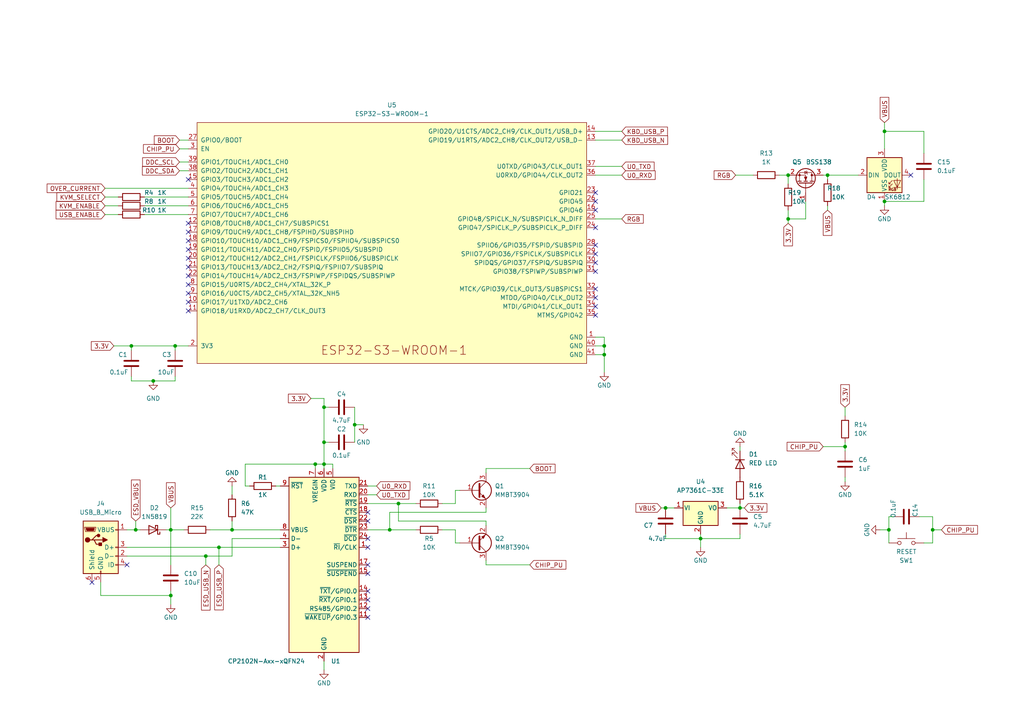
<source format=kicad_sch>
(kicad_sch (version 20211123) (generator eeschema)

  (uuid 063346cb-a831-4147-9182-af68fbb196dd)

  (paper "A4")

  (lib_symbols
    (symbol "Connector:USB_B_Micro" (pin_names (offset 1.016)) (in_bom yes) (on_board yes)
      (property "Reference" "J" (id 0) (at -5.08 11.43 0)
        (effects (font (size 1.27 1.27)) (justify left))
      )
      (property "Value" "USB_B_Micro" (id 1) (at -5.08 8.89 0)
        (effects (font (size 1.27 1.27)) (justify left))
      )
      (property "Footprint" "" (id 2) (at 3.81 -1.27 0)
        (effects (font (size 1.27 1.27)) hide)
      )
      (property "Datasheet" "~" (id 3) (at 3.81 -1.27 0)
        (effects (font (size 1.27 1.27)) hide)
      )
      (property "ki_keywords" "connector USB micro" (id 4) (at 0 0 0)
        (effects (font (size 1.27 1.27)) hide)
      )
      (property "ki_description" "USB Micro Type B connector" (id 5) (at 0 0 0)
        (effects (font (size 1.27 1.27)) hide)
      )
      (property "ki_fp_filters" "USB*" (id 6) (at 0 0 0)
        (effects (font (size 1.27 1.27)) hide)
      )
      (symbol "USB_B_Micro_0_1"
        (rectangle (start -5.08 -7.62) (end 5.08 7.62)
          (stroke (width 0.254) (type default) (color 0 0 0 0))
          (fill (type background))
        )
        (circle (center -3.81 2.159) (radius 0.635)
          (stroke (width 0.254) (type default) (color 0 0 0 0))
          (fill (type outline))
        )
        (circle (center -0.635 3.429) (radius 0.381)
          (stroke (width 0.254) (type default) (color 0 0 0 0))
          (fill (type outline))
        )
        (rectangle (start -0.127 -7.62) (end 0.127 -6.858)
          (stroke (width 0) (type default) (color 0 0 0 0))
          (fill (type none))
        )
        (polyline
          (pts
            (xy -1.905 2.159)
            (xy 0.635 2.159)
          )
          (stroke (width 0.254) (type default) (color 0 0 0 0))
          (fill (type none))
        )
        (polyline
          (pts
            (xy -3.175 2.159)
            (xy -2.54 2.159)
            (xy -1.27 3.429)
            (xy -0.635 3.429)
          )
          (stroke (width 0.254) (type default) (color 0 0 0 0))
          (fill (type none))
        )
        (polyline
          (pts
            (xy -2.54 2.159)
            (xy -1.905 2.159)
            (xy -1.27 0.889)
            (xy 0 0.889)
          )
          (stroke (width 0.254) (type default) (color 0 0 0 0))
          (fill (type none))
        )
        (polyline
          (pts
            (xy 0.635 2.794)
            (xy 0.635 1.524)
            (xy 1.905 2.159)
            (xy 0.635 2.794)
          )
          (stroke (width 0.254) (type default) (color 0 0 0 0))
          (fill (type outline))
        )
        (polyline
          (pts
            (xy -4.318 5.588)
            (xy -1.778 5.588)
            (xy -2.032 4.826)
            (xy -4.064 4.826)
            (xy -4.318 5.588)
          )
          (stroke (width 0) (type default) (color 0 0 0 0))
          (fill (type outline))
        )
        (polyline
          (pts
            (xy -4.699 5.842)
            (xy -4.699 5.588)
            (xy -4.445 4.826)
            (xy -4.445 4.572)
            (xy -1.651 4.572)
            (xy -1.651 4.826)
            (xy -1.397 5.588)
            (xy -1.397 5.842)
            (xy -4.699 5.842)
          )
          (stroke (width 0) (type default) (color 0 0 0 0))
          (fill (type none))
        )
        (rectangle (start 0.254 1.27) (end -0.508 0.508)
          (stroke (width 0.254) (type default) (color 0 0 0 0))
          (fill (type outline))
        )
        (rectangle (start 5.08 -5.207) (end 4.318 -4.953)
          (stroke (width 0) (type default) (color 0 0 0 0))
          (fill (type none))
        )
        (rectangle (start 5.08 -2.667) (end 4.318 -2.413)
          (stroke (width 0) (type default) (color 0 0 0 0))
          (fill (type none))
        )
        (rectangle (start 5.08 -0.127) (end 4.318 0.127)
          (stroke (width 0) (type default) (color 0 0 0 0))
          (fill (type none))
        )
        (rectangle (start 5.08 4.953) (end 4.318 5.207)
          (stroke (width 0) (type default) (color 0 0 0 0))
          (fill (type none))
        )
      )
      (symbol "USB_B_Micro_1_1"
        (pin power_out line (at 7.62 5.08 180) (length 2.54)
          (name "VBUS" (effects (font (size 1.27 1.27))))
          (number "1" (effects (font (size 1.27 1.27))))
        )
        (pin bidirectional line (at 7.62 -2.54 180) (length 2.54)
          (name "D-" (effects (font (size 1.27 1.27))))
          (number "2" (effects (font (size 1.27 1.27))))
        )
        (pin bidirectional line (at 7.62 0 180) (length 2.54)
          (name "D+" (effects (font (size 1.27 1.27))))
          (number "3" (effects (font (size 1.27 1.27))))
        )
        (pin passive line (at 7.62 -5.08 180) (length 2.54)
          (name "ID" (effects (font (size 1.27 1.27))))
          (number "4" (effects (font (size 1.27 1.27))))
        )
        (pin power_out line (at 0 -10.16 90) (length 2.54)
          (name "GND" (effects (font (size 1.27 1.27))))
          (number "5" (effects (font (size 1.27 1.27))))
        )
        (pin passive line (at -2.54 -10.16 90) (length 2.54)
          (name "Shield" (effects (font (size 1.27 1.27))))
          (number "6" (effects (font (size 1.27 1.27))))
        )
      )
    )
    (symbol "Device:C" (pin_numbers hide) (pin_names (offset 0.254)) (in_bom yes) (on_board yes)
      (property "Reference" "C" (id 0) (at 0.635 2.54 0)
        (effects (font (size 1.27 1.27)) (justify left))
      )
      (property "Value" "C" (id 1) (at 0.635 -2.54 0)
        (effects (font (size 1.27 1.27)) (justify left))
      )
      (property "Footprint" "" (id 2) (at 0.9652 -3.81 0)
        (effects (font (size 1.27 1.27)) hide)
      )
      (property "Datasheet" "~" (id 3) (at 0 0 0)
        (effects (font (size 1.27 1.27)) hide)
      )
      (property "ki_keywords" "cap capacitor" (id 4) (at 0 0 0)
        (effects (font (size 1.27 1.27)) hide)
      )
      (property "ki_description" "Unpolarized capacitor" (id 5) (at 0 0 0)
        (effects (font (size 1.27 1.27)) hide)
      )
      (property "ki_fp_filters" "C_*" (id 6) (at 0 0 0)
        (effects (font (size 1.27 1.27)) hide)
      )
      (symbol "C_0_1"
        (polyline
          (pts
            (xy -2.032 -0.762)
            (xy 2.032 -0.762)
          )
          (stroke (width 0.508) (type default) (color 0 0 0 0))
          (fill (type none))
        )
        (polyline
          (pts
            (xy -2.032 0.762)
            (xy 2.032 0.762)
          )
          (stroke (width 0.508) (type default) (color 0 0 0 0))
          (fill (type none))
        )
      )
      (symbol "C_1_1"
        (pin passive line (at 0 3.81 270) (length 2.794)
          (name "~" (effects (font (size 1.27 1.27))))
          (number "1" (effects (font (size 1.27 1.27))))
        )
        (pin passive line (at 0 -3.81 90) (length 2.794)
          (name "~" (effects (font (size 1.27 1.27))))
          (number "2" (effects (font (size 1.27 1.27))))
        )
      )
    )
    (symbol "Device:LED" (pin_numbers hide) (pin_names (offset 1.016) hide) (in_bom yes) (on_board yes)
      (property "Reference" "D" (id 0) (at 0 2.54 0)
        (effects (font (size 1.27 1.27)))
      )
      (property "Value" "LED" (id 1) (at 0 -2.54 0)
        (effects (font (size 1.27 1.27)))
      )
      (property "Footprint" "" (id 2) (at 0 0 0)
        (effects (font (size 1.27 1.27)) hide)
      )
      (property "Datasheet" "~" (id 3) (at 0 0 0)
        (effects (font (size 1.27 1.27)) hide)
      )
      (property "ki_keywords" "LED diode" (id 4) (at 0 0 0)
        (effects (font (size 1.27 1.27)) hide)
      )
      (property "ki_description" "Light emitting diode" (id 5) (at 0 0 0)
        (effects (font (size 1.27 1.27)) hide)
      )
      (property "ki_fp_filters" "LED* LED_SMD:* LED_THT:*" (id 6) (at 0 0 0)
        (effects (font (size 1.27 1.27)) hide)
      )
      (symbol "LED_0_1"
        (polyline
          (pts
            (xy -1.27 -1.27)
            (xy -1.27 1.27)
          )
          (stroke (width 0.254) (type default) (color 0 0 0 0))
          (fill (type none))
        )
        (polyline
          (pts
            (xy -1.27 0)
            (xy 1.27 0)
          )
          (stroke (width 0) (type default) (color 0 0 0 0))
          (fill (type none))
        )
        (polyline
          (pts
            (xy 1.27 -1.27)
            (xy 1.27 1.27)
            (xy -1.27 0)
            (xy 1.27 -1.27)
          )
          (stroke (width 0.254) (type default) (color 0 0 0 0))
          (fill (type none))
        )
        (polyline
          (pts
            (xy -3.048 -0.762)
            (xy -4.572 -2.286)
            (xy -3.81 -2.286)
            (xy -4.572 -2.286)
            (xy -4.572 -1.524)
          )
          (stroke (width 0) (type default) (color 0 0 0 0))
          (fill (type none))
        )
        (polyline
          (pts
            (xy -1.778 -0.762)
            (xy -3.302 -2.286)
            (xy -2.54 -2.286)
            (xy -3.302 -2.286)
            (xy -3.302 -1.524)
          )
          (stroke (width 0) (type default) (color 0 0 0 0))
          (fill (type none))
        )
      )
      (symbol "LED_1_1"
        (pin passive line (at -3.81 0 0) (length 2.54)
          (name "K" (effects (font (size 1.27 1.27))))
          (number "1" (effects (font (size 1.27 1.27))))
        )
        (pin passive line (at 3.81 0 180) (length 2.54)
          (name "A" (effects (font (size 1.27 1.27))))
          (number "2" (effects (font (size 1.27 1.27))))
        )
      )
    )
    (symbol "Device:R" (pin_numbers hide) (pin_names (offset 0)) (in_bom yes) (on_board yes)
      (property "Reference" "R" (id 0) (at 2.032 0 90)
        (effects (font (size 1.27 1.27)))
      )
      (property "Value" "R" (id 1) (at 0 0 90)
        (effects (font (size 1.27 1.27)))
      )
      (property "Footprint" "" (id 2) (at -1.778 0 90)
        (effects (font (size 1.27 1.27)) hide)
      )
      (property "Datasheet" "~" (id 3) (at 0 0 0)
        (effects (font (size 1.27 1.27)) hide)
      )
      (property "ki_keywords" "R res resistor" (id 4) (at 0 0 0)
        (effects (font (size 1.27 1.27)) hide)
      )
      (property "ki_description" "Resistor" (id 5) (at 0 0 0)
        (effects (font (size 1.27 1.27)) hide)
      )
      (property "ki_fp_filters" "R_*" (id 6) (at 0 0 0)
        (effects (font (size 1.27 1.27)) hide)
      )
      (symbol "R_0_1"
        (rectangle (start -1.016 -2.54) (end 1.016 2.54)
          (stroke (width 0.254) (type default) (color 0 0 0 0))
          (fill (type none))
        )
      )
      (symbol "R_1_1"
        (pin passive line (at 0 3.81 270) (length 1.27)
          (name "~" (effects (font (size 1.27 1.27))))
          (number "1" (effects (font (size 1.27 1.27))))
        )
        (pin passive line (at 0 -3.81 90) (length 1.27)
          (name "~" (effects (font (size 1.27 1.27))))
          (number "2" (effects (font (size 1.27 1.27))))
        )
      )
    )
    (symbol "Diode:1N5819" (pin_numbers hide) (pin_names (offset 1.016) hide) (in_bom yes) (on_board yes)
      (property "Reference" "D" (id 0) (at 0 2.54 0)
        (effects (font (size 1.27 1.27)))
      )
      (property "Value" "1N5819" (id 1) (at 0 -2.54 0)
        (effects (font (size 1.27 1.27)))
      )
      (property "Footprint" "Diode_THT:D_DO-41_SOD81_P10.16mm_Horizontal" (id 2) (at 0 -4.445 0)
        (effects (font (size 1.27 1.27)) hide)
      )
      (property "Datasheet" "http://www.vishay.com/docs/88525/1n5817.pdf" (id 3) (at 0 0 0)
        (effects (font (size 1.27 1.27)) hide)
      )
      (property "ki_keywords" "diode Schottky" (id 4) (at 0 0 0)
        (effects (font (size 1.27 1.27)) hide)
      )
      (property "ki_description" "40V 1A Schottky Barrier Rectifier Diode, DO-41" (id 5) (at 0 0 0)
        (effects (font (size 1.27 1.27)) hide)
      )
      (property "ki_fp_filters" "D*DO?41*" (id 6) (at 0 0 0)
        (effects (font (size 1.27 1.27)) hide)
      )
      (symbol "1N5819_0_1"
        (polyline
          (pts
            (xy 1.27 0)
            (xy -1.27 0)
          )
          (stroke (width 0) (type default) (color 0 0 0 0))
          (fill (type none))
        )
        (polyline
          (pts
            (xy 1.27 1.27)
            (xy 1.27 -1.27)
            (xy -1.27 0)
            (xy 1.27 1.27)
          )
          (stroke (width 0.254) (type default) (color 0 0 0 0))
          (fill (type none))
        )
        (polyline
          (pts
            (xy -1.905 0.635)
            (xy -1.905 1.27)
            (xy -1.27 1.27)
            (xy -1.27 -1.27)
            (xy -0.635 -1.27)
            (xy -0.635 -0.635)
          )
          (stroke (width 0.254) (type default) (color 0 0 0 0))
          (fill (type none))
        )
      )
      (symbol "1N5819_1_1"
        (pin passive line (at -3.81 0 0) (length 2.54)
          (name "K" (effects (font (size 1.27 1.27))))
          (number "1" (effects (font (size 1.27 1.27))))
        )
        (pin passive line (at 3.81 0 180) (length 2.54)
          (name "A" (effects (font (size 1.27 1.27))))
          (number "2" (effects (font (size 1.27 1.27))))
        )
      )
    )
    (symbol "Espressif:ESP32-S3-WROOM-1" (pin_names (offset 1.016)) (in_bom yes) (on_board yes)
      (property "Reference" "U" (id 0) (at 0 35.56 0)
        (effects (font (size 1.27 1.27)))
      )
      (property "Value" "ESP32-S3-WROOM-1" (id 1) (at 0 -36.83 0)
        (effects (font (size 1.27 1.27)))
      )
      (property "Footprint" "Espressif:ESP32-S3-WROOM-1" (id 2) (at 0 -39.37 0)
        (effects (font (size 1.27 1.27)) hide)
      )
      (property "Datasheet" "https://www.espressif.com/sites/default/files/documentation/esp32-s3-wroom-1_wroom-1u_datasheet_en.pdf" (id 3) (at 0 -41.91 0)
        (effects (font (size 1.27 1.27)) hide)
      )
      (property "ki_description" "2.4 GHz WiFi (802.11 b/g/n) and Bluetooth ® 5 (LE) module Built around ESP32S3 series of SoCs, Xtensa ® dualcore 32bit LX7 microprocessor Flash up to 16 MB, PSRAM up to 8 MB 36 GPIOs, rich set of peripherals Onboard PCB antenna" (id 4) (at 0 0 0)
        (effects (font (size 1.27 1.27)) hide)
      )
      (symbol "ESP32-S3-WROOM-1_0_0"
        (rectangle (start -57.15 34.29) (end 55.88 -35.56)
          (stroke (width 0) (type default) (color 0 0 0 0))
          (fill (type background))
        )
        (text "ESP32-S3-WROOM-1" (at 0 -31.75 0)
          (effects (font (size 2.54 2.54)))
        )
        (pin power_in line (at 58.42 -27.94 180) (length 2.54)
          (name "GND" (effects (font (size 1.27 1.27))))
          (number "1" (effects (font (size 1.27 1.27))))
        )
        (pin bidirectional line (at -59.69 -17.78 0) (length 2.54)
          (name "GPIO17/U1TXD/ADC2_CH6" (effects (font (size 1.27 1.27))))
          (number "10" (effects (font (size 1.27 1.27))))
        )
        (pin bidirectional line (at -59.69 -20.32 0) (length 2.54)
          (name "GPIO18/U1RXD/ADC2_CH7/CLK_OUT3" (effects (font (size 1.27 1.27))))
          (number "11" (effects (font (size 1.27 1.27))))
        )
        (pin bidirectional line (at -59.69 5.08 0) (length 2.54)
          (name "GPIO8/TOUCH8/ADC1_CH7/SUBSPICS1" (effects (font (size 1.27 1.27))))
          (number "12" (effects (font (size 1.27 1.27))))
        )
        (pin bidirectional line (at 58.42 29.21 180) (length 2.54)
          (name "GPIO19/U1RTS/ADC2_CH8/CLK_OUT2/USB_D-" (effects (font (size 1.27 1.27))))
          (number "13" (effects (font (size 1.27 1.27))))
        )
        (pin bidirectional line (at 58.42 31.75 180) (length 2.54)
          (name "GPIO20/U1CTS/ADC2_CH9/CLK_OUT1/USB_D+" (effects (font (size 1.27 1.27))))
          (number "14" (effects (font (size 1.27 1.27))))
        )
        (pin bidirectional line (at -59.69 17.78 0) (length 2.54)
          (name "GPIO3/TOUCH3/ADC1_CH2" (effects (font (size 1.27 1.27))))
          (number "15" (effects (font (size 1.27 1.27))))
        )
        (pin bidirectional line (at 58.42 8.89 180) (length 2.54)
          (name "GPIO46" (effects (font (size 1.27 1.27))))
          (number "16" (effects (font (size 1.27 1.27))))
        )
        (pin bidirectional line (at -59.69 2.54 0) (length 2.54)
          (name "GPIO9/TOUCH9/ADC1_CH8/FSPIHD/SUBSPIHD" (effects (font (size 1.27 1.27))))
          (number "17" (effects (font (size 1.27 1.27))))
        )
        (pin bidirectional line (at -59.69 0 0) (length 2.54)
          (name "GPIO10/TOUCH10/ADC1_CH9/FSPICS0/FSPIIO4/SUBSPICS0" (effects (font (size 1.27 1.27))))
          (number "18" (effects (font (size 1.27 1.27))))
        )
        (pin bidirectional line (at -59.69 -2.54 0) (length 2.54)
          (name "GPIO11/TOUCH11/ADC2_CH0/FSPID/FSPIIO5/SUBSPID" (effects (font (size 1.27 1.27))))
          (number "19" (effects (font (size 1.27 1.27))))
        )
        (pin power_in line (at -59.69 -30.48 0) (length 2.54)
          (name "3V3" (effects (font (size 1.27 1.27))))
          (number "2" (effects (font (size 1.27 1.27))))
        )
        (pin bidirectional line (at -59.69 -5.08 0) (length 2.54)
          (name "GPIO12/TOUCH12/ADC2_CH1/FSPICLK/FSPIIO6/SUBSPICLK" (effects (font (size 1.27 1.27))))
          (number "20" (effects (font (size 1.27 1.27))))
        )
        (pin bidirectional line (at -59.69 -7.62 0) (length 2.54)
          (name "GPIO13/TOUCH13/ADC2_CH2/FSPIQ/FSPIIO7/SUBSPIQ" (effects (font (size 1.27 1.27))))
          (number "21" (effects (font (size 1.27 1.27))))
        )
        (pin bidirectional line (at -59.69 -10.16 0) (length 2.54)
          (name "GPIO14/TOUCH14/ADC2_CH3/FSPIWP/FSPIDQS/SUBSPIWP" (effects (font (size 1.27 1.27))))
          (number "22" (effects (font (size 1.27 1.27))))
        )
        (pin bidirectional line (at 58.42 13.97 180) (length 2.54)
          (name "GPIO21" (effects (font (size 1.27 1.27))))
          (number "23" (effects (font (size 1.27 1.27))))
        )
        (pin bidirectional line (at 58.42 3.81 180) (length 2.54)
          (name "GPIO47/SPICLK_P/SUBSPICLK_P_DIFF" (effects (font (size 1.27 1.27))))
          (number "24" (effects (font (size 1.27 1.27))))
        )
        (pin bidirectional line (at 58.42 6.35 180) (length 2.54)
          (name "GPIO48/SPICLK_N/SUBSPICLK_N_DIFF" (effects (font (size 1.27 1.27))))
          (number "25" (effects (font (size 1.27 1.27))))
        )
        (pin bidirectional line (at 58.42 11.43 180) (length 2.54)
          (name "GPIO45" (effects (font (size 1.27 1.27))))
          (number "26" (effects (font (size 1.27 1.27))))
        )
        (pin bidirectional line (at -59.69 29.21 0) (length 2.54)
          (name "GPIO0/BOOT" (effects (font (size 1.27 1.27))))
          (number "27" (effects (font (size 1.27 1.27))))
        )
        (pin bidirectional line (at 58.42 -1.27 180) (length 2.54)
          (name "SPIIO6/GPIO35/FSPID/SUBSPID" (effects (font (size 1.27 1.27))))
          (number "28" (effects (font (size 1.27 1.27))))
        )
        (pin bidirectional line (at 58.42 -3.81 180) (length 2.54)
          (name "SPIIO7/GPIO36/FSPICLK/SUBSPICLK" (effects (font (size 1.27 1.27))))
          (number "29" (effects (font (size 1.27 1.27))))
        )
        (pin input line (at -59.69 26.67 0) (length 2.54)
          (name "EN" (effects (font (size 1.27 1.27))))
          (number "3" (effects (font (size 1.27 1.27))))
        )
        (pin bidirectional line (at 58.42 -6.35 180) (length 2.54)
          (name "SPIDQS/GPIO37/FSPIQ/SUBSPIQ" (effects (font (size 1.27 1.27))))
          (number "30" (effects (font (size 1.27 1.27))))
        )
        (pin bidirectional line (at 58.42 -8.89 180) (length 2.54)
          (name "GPIO38/FSPIWP/SUBSPIWP" (effects (font (size 1.27 1.27))))
          (number "31" (effects (font (size 1.27 1.27))))
        )
        (pin bidirectional line (at 58.42 -13.97 180) (length 2.54)
          (name "MTCK/GPIO39/CLK_OUT3/SUBSPICS1" (effects (font (size 1.27 1.27))))
          (number "32" (effects (font (size 1.27 1.27))))
        )
        (pin bidirectional line (at 58.42 -16.51 180) (length 2.54)
          (name "MTDO/GPIO40/CLK_OUT2" (effects (font (size 1.27 1.27))))
          (number "33" (effects (font (size 1.27 1.27))))
        )
        (pin bidirectional line (at 58.42 -19.05 180) (length 2.54)
          (name "MTDI/GPIO41/CLK_OUT1" (effects (font (size 1.27 1.27))))
          (number "34" (effects (font (size 1.27 1.27))))
        )
        (pin bidirectional line (at 58.42 -21.59 180) (length 2.54)
          (name "MTMS/GPIO42" (effects (font (size 1.27 1.27))))
          (number "35" (effects (font (size 1.27 1.27))))
        )
        (pin bidirectional line (at 58.42 19.05 180) (length 2.54)
          (name "U0RXD/GPIO44/CLK_OUT2" (effects (font (size 1.27 1.27))))
          (number "36" (effects (font (size 1.27 1.27))))
        )
        (pin bidirectional line (at 58.42 21.59 180) (length 2.54)
          (name "U0TXD/GPIO43/CLK_OUT1" (effects (font (size 1.27 1.27))))
          (number "37" (effects (font (size 1.27 1.27))))
        )
        (pin bidirectional line (at -59.69 20.32 0) (length 2.54)
          (name "GPIO2/TOUCH2/ADC1_CH1" (effects (font (size 1.27 1.27))))
          (number "38" (effects (font (size 1.27 1.27))))
        )
        (pin bidirectional line (at -59.69 22.86 0) (length 2.54)
          (name "GPIO1/TOUCH1/ADC1_CH0" (effects (font (size 1.27 1.27))))
          (number "39" (effects (font (size 1.27 1.27))))
        )
        (pin bidirectional line (at -59.69 15.24 0) (length 2.54)
          (name "GPIO4/TOUCH4/ADC1_CH3" (effects (font (size 1.27 1.27))))
          (number "4" (effects (font (size 1.27 1.27))))
        )
        (pin power_in line (at 58.42 -30.48 180) (length 2.54)
          (name "GND" (effects (font (size 1.27 1.27))))
          (number "40" (effects (font (size 1.27 1.27))))
        )
        (pin power_in line (at 58.42 -33.02 180) (length 2.54)
          (name "GND" (effects (font (size 1.27 1.27))))
          (number "41" (effects (font (size 1.27 1.27))))
        )
        (pin bidirectional line (at -59.69 12.7 0) (length 2.54)
          (name "GPIO5/TOUCH5/ADC1_CH4" (effects (font (size 1.27 1.27))))
          (number "5" (effects (font (size 1.27 1.27))))
        )
        (pin bidirectional line (at -59.69 10.16 0) (length 2.54)
          (name "GPIO6/TOUCH6/ADC1_CH5" (effects (font (size 1.27 1.27))))
          (number "6" (effects (font (size 1.27 1.27))))
        )
        (pin bidirectional line (at -59.69 7.62 0) (length 2.54)
          (name "GPIO7/TOUCH7/ADC1_CH6" (effects (font (size 1.27 1.27))))
          (number "7" (effects (font (size 1.27 1.27))))
        )
        (pin bidirectional line (at -59.69 -12.7 0) (length 2.54)
          (name "GPIO15/U0RTS/ADC2_CH4/XTAL_32K_P" (effects (font (size 1.27 1.27))))
          (number "8" (effects (font (size 1.27 1.27))))
        )
        (pin bidirectional line (at -59.69 -15.24 0) (length 2.54)
          (name "GPIO16/U0CTS/ADC2_CH5/XTAL_32K_NH5" (effects (font (size 1.27 1.27))))
          (number "9" (effects (font (size 1.27 1.27))))
        )
      )
    )
    (symbol "Interface_USB:CP2102N-Axx-xQFN24" (in_bom yes) (on_board yes)
      (property "Reference" "U" (id 0) (at -8.89 26.67 0)
        (effects (font (size 1.27 1.27)))
      )
      (property "Value" "CP2102N-Axx-xQFN24" (id 1) (at 13.97 26.67 0)
        (effects (font (size 1.27 1.27)))
      )
      (property "Footprint" "Package_DFN_QFN:QFN-24-1EP_4x4mm_P0.5mm_EP2.6x2.6mm" (id 2) (at 31.75 -26.67 0)
        (effects (font (size 1.27 1.27)) hide)
      )
      (property "Datasheet" "https://www.silabs.com/documents/public/data-sheets/cp2102n-datasheet.pdf" (id 3) (at 1.27 -19.05 0)
        (effects (font (size 1.27 1.27)) hide)
      )
      (property "ki_keywords" "USB UART bridge" (id 4) (at 0 0 0)
        (effects (font (size 1.27 1.27)) hide)
      )
      (property "ki_description" "USB to UART master bridge, QFN-24" (id 5) (at 0 0 0)
        (effects (font (size 1.27 1.27)) hide)
      )
      (property "ki_fp_filters" "QFN*4x4mm*P0.5mm*" (id 6) (at 0 0 0)
        (effects (font (size 1.27 1.27)) hide)
      )
      (symbol "CP2102N-Axx-xQFN24_0_1"
        (rectangle (start -10.16 25.4) (end 10.16 -25.4)
          (stroke (width 0.254) (type default) (color 0 0 0 0))
          (fill (type background))
        )
      )
      (symbol "CP2102N-Axx-xQFN24_1_1"
        (pin bidirectional line (at 12.7 5.08 180) (length 2.54)
          (name "~{RI}/CLK" (effects (font (size 1.27 1.27))))
          (number "1" (effects (font (size 1.27 1.27))))
        )
        (pin no_connect line (at -10.16 -22.86 0) (length 2.54) hide
          (name "NC" (effects (font (size 1.27 1.27))))
          (number "10" (effects (font (size 1.27 1.27))))
        )
        (pin bidirectional line (at 12.7 -15.24 180) (length 2.54)
          (name "~{WAKEUP}/GPIO.3" (effects (font (size 1.27 1.27))))
          (number "11" (effects (font (size 1.27 1.27))))
        )
        (pin bidirectional line (at 12.7 -12.7 180) (length 2.54)
          (name "RS485/GPIO.2" (effects (font (size 1.27 1.27))))
          (number "12" (effects (font (size 1.27 1.27))))
        )
        (pin bidirectional line (at 12.7 -10.16 180) (length 2.54)
          (name "~{RXT}/GPIO.1" (effects (font (size 1.27 1.27))))
          (number "13" (effects (font (size 1.27 1.27))))
        )
        (pin bidirectional line (at 12.7 -7.62 180) (length 2.54)
          (name "~{TXT}/GPIO.0" (effects (font (size 1.27 1.27))))
          (number "14" (effects (font (size 1.27 1.27))))
        )
        (pin output line (at 12.7 -2.54 180) (length 2.54)
          (name "~{SUSPEND}" (effects (font (size 1.27 1.27))))
          (number "15" (effects (font (size 1.27 1.27))))
        )
        (pin no_connect line (at 10.16 -22.86 180) (length 2.54) hide
          (name "NC" (effects (font (size 1.27 1.27))))
          (number "16" (effects (font (size 1.27 1.27))))
        )
        (pin output line (at 12.7 0 180) (length 2.54)
          (name "SUSPEND" (effects (font (size 1.27 1.27))))
          (number "17" (effects (font (size 1.27 1.27))))
        )
        (pin input line (at 12.7 15.24 180) (length 2.54)
          (name "~{CTS}" (effects (font (size 1.27 1.27))))
          (number "18" (effects (font (size 1.27 1.27))))
        )
        (pin output line (at 12.7 17.78 180) (length 2.54)
          (name "~{RTS}" (effects (font (size 1.27 1.27))))
          (number "19" (effects (font (size 1.27 1.27))))
        )
        (pin power_in line (at 0 -27.94 90) (length 2.54)
          (name "GND" (effects (font (size 1.27 1.27))))
          (number "2" (effects (font (size 1.27 1.27))))
        )
        (pin input line (at 12.7 20.32 180) (length 2.54)
          (name "RXD" (effects (font (size 1.27 1.27))))
          (number "20" (effects (font (size 1.27 1.27))))
        )
        (pin output line (at 12.7 22.86 180) (length 2.54)
          (name "TXD" (effects (font (size 1.27 1.27))))
          (number "21" (effects (font (size 1.27 1.27))))
        )
        (pin input line (at 12.7 12.7 180) (length 2.54)
          (name "~{DSR}" (effects (font (size 1.27 1.27))))
          (number "22" (effects (font (size 1.27 1.27))))
        )
        (pin output line (at 12.7 10.16 180) (length 2.54)
          (name "~{DTR}" (effects (font (size 1.27 1.27))))
          (number "23" (effects (font (size 1.27 1.27))))
        )
        (pin input line (at 12.7 7.62 180) (length 2.54)
          (name "~{DCD}" (effects (font (size 1.27 1.27))))
          (number "24" (effects (font (size 1.27 1.27))))
        )
        (pin passive line (at 0 -27.94 90) (length 2.54) hide
          (name "GND" (effects (font (size 1.27 1.27))))
          (number "25" (effects (font (size 1.27 1.27))))
        )
        (pin bidirectional line (at -12.7 5.08 0) (length 2.54)
          (name "D+" (effects (font (size 1.27 1.27))))
          (number "3" (effects (font (size 1.27 1.27))))
        )
        (pin bidirectional line (at -12.7 7.62 0) (length 2.54)
          (name "D-" (effects (font (size 1.27 1.27))))
          (number "4" (effects (font (size 1.27 1.27))))
        )
        (pin power_in line (at 2.54 27.94 270) (length 2.54)
          (name "VIO" (effects (font (size 1.27 1.27))))
          (number "5" (effects (font (size 1.27 1.27))))
        )
        (pin power_in line (at 0 27.94 270) (length 2.54)
          (name "VDD" (effects (font (size 1.27 1.27))))
          (number "6" (effects (font (size 1.27 1.27))))
        )
        (pin power_in line (at -2.54 27.94 270) (length 2.54)
          (name "VREGIN" (effects (font (size 1.27 1.27))))
          (number "7" (effects (font (size 1.27 1.27))))
        )
        (pin input line (at -12.7 10.16 0) (length 2.54)
          (name "VBUS" (effects (font (size 1.27 1.27))))
          (number "8" (effects (font (size 1.27 1.27))))
        )
        (pin input line (at -12.7 22.86 0) (length 2.54)
          (name "~{RST}" (effects (font (size 1.27 1.27))))
          (number "9" (effects (font (size 1.27 1.27))))
        )
      )
    )
    (symbol "LED:SK6812" (pin_names (offset 0.254)) (in_bom yes) (on_board yes)
      (property "Reference" "D" (id 0) (at 5.08 5.715 0)
        (effects (font (size 1.27 1.27)) (justify right bottom))
      )
      (property "Value" "SK6812" (id 1) (at 1.27 -5.715 0)
        (effects (font (size 1.27 1.27)) (justify left top))
      )
      (property "Footprint" "LED_SMD:LED_SK6812_PLCC4_5.0x5.0mm_P3.2mm" (id 2) (at 1.27 -7.62 0)
        (effects (font (size 1.27 1.27)) (justify left top) hide)
      )
      (property "Datasheet" "https://cdn-shop.adafruit.com/product-files/1138/SK6812+LED+datasheet+.pdf" (id 3) (at 2.54 -9.525 0)
        (effects (font (size 1.27 1.27)) (justify left top) hide)
      )
      (property "ki_keywords" "RGB LED NeoPixel addressable" (id 4) (at 0 0 0)
        (effects (font (size 1.27 1.27)) hide)
      )
      (property "ki_description" "RGB LED with integrated controller" (id 5) (at 0 0 0)
        (effects (font (size 1.27 1.27)) hide)
      )
      (property "ki_fp_filters" "LED*SK6812*PLCC*5.0x5.0mm*P3.2mm*" (id 6) (at 0 0 0)
        (effects (font (size 1.27 1.27)) hide)
      )
      (symbol "SK6812_0_0"
        (text "RGB" (at 2.286 -4.191 0)
          (effects (font (size 0.762 0.762)))
        )
      )
      (symbol "SK6812_0_1"
        (polyline
          (pts
            (xy 1.27 -3.556)
            (xy 1.778 -3.556)
          )
          (stroke (width 0) (type default) (color 0 0 0 0))
          (fill (type none))
        )
        (polyline
          (pts
            (xy 1.27 -2.54)
            (xy 1.778 -2.54)
          )
          (stroke (width 0) (type default) (color 0 0 0 0))
          (fill (type none))
        )
        (polyline
          (pts
            (xy 4.699 -3.556)
            (xy 2.667 -3.556)
          )
          (stroke (width 0) (type default) (color 0 0 0 0))
          (fill (type none))
        )
        (polyline
          (pts
            (xy 2.286 -2.54)
            (xy 1.27 -3.556)
            (xy 1.27 -3.048)
          )
          (stroke (width 0) (type default) (color 0 0 0 0))
          (fill (type none))
        )
        (polyline
          (pts
            (xy 2.286 -1.524)
            (xy 1.27 -2.54)
            (xy 1.27 -2.032)
          )
          (stroke (width 0) (type default) (color 0 0 0 0))
          (fill (type none))
        )
        (polyline
          (pts
            (xy 3.683 -1.016)
            (xy 3.683 -3.556)
            (xy 3.683 -4.064)
          )
          (stroke (width 0) (type default) (color 0 0 0 0))
          (fill (type none))
        )
        (polyline
          (pts
            (xy 4.699 -1.524)
            (xy 2.667 -1.524)
            (xy 3.683 -3.556)
            (xy 4.699 -1.524)
          )
          (stroke (width 0) (type default) (color 0 0 0 0))
          (fill (type none))
        )
        (rectangle (start 5.08 5.08) (end -5.08 -5.08)
          (stroke (width 0.254) (type default) (color 0 0 0 0))
          (fill (type background))
        )
      )
      (symbol "SK6812_1_1"
        (pin power_in line (at 0 -7.62 90) (length 2.54)
          (name "VSS" (effects (font (size 1.27 1.27))))
          (number "1" (effects (font (size 1.27 1.27))))
        )
        (pin input line (at -7.62 0 0) (length 2.54)
          (name "DIN" (effects (font (size 1.27 1.27))))
          (number "2" (effects (font (size 1.27 1.27))))
        )
        (pin power_in line (at 0 7.62 270) (length 2.54)
          (name "VDD" (effects (font (size 1.27 1.27))))
          (number "3" (effects (font (size 1.27 1.27))))
        )
        (pin output line (at 7.62 0 180) (length 2.54)
          (name "DOUT" (effects (font (size 1.27 1.27))))
          (number "4" (effects (font (size 1.27 1.27))))
        )
      )
    )
    (symbol "Regulator_Linear:AP7361C-33E" (pin_names (offset 0.254)) (in_bom yes) (on_board yes)
      (property "Reference" "U" (id 0) (at -3.81 3.175 0)
        (effects (font (size 1.27 1.27)))
      )
      (property "Value" "AP7361C-33E" (id 1) (at 0 3.175 0)
        (effects (font (size 1.27 1.27)) (justify left))
      )
      (property "Footprint" "Package_TO_SOT_SMD:SOT-223-3_TabPin2" (id 2) (at 0 5.715 0)
        (effects (font (size 1.27 1.27) italic) hide)
      )
      (property "Datasheet" "https://www.diodes.com/assets/Datasheets/AP7361C.pdf" (id 3) (at 0 -1.27 0)
        (effects (font (size 1.27 1.27)) hide)
      )
      (property "ki_keywords" "linear regulator ldo fixed positive" (id 4) (at 0 0 0)
        (effects (font (size 1.27 1.27)) hide)
      )
      (property "ki_description" "1A Low Dropout regulator, positive, 3.3V fixed output, SOT-223" (id 5) (at 0 0 0)
        (effects (font (size 1.27 1.27)) hide)
      )
      (property "ki_fp_filters" "SOT?223*" (id 6) (at 0 0 0)
        (effects (font (size 1.27 1.27)) hide)
      )
      (symbol "AP7361C-33E_0_1"
        (rectangle (start -5.08 -5.08) (end 5.08 1.905)
          (stroke (width 0.254) (type default) (color 0 0 0 0))
          (fill (type background))
        )
      )
      (symbol "AP7361C-33E_1_1"
        (pin power_in line (at -7.62 0 0) (length 2.54)
          (name "VI" (effects (font (size 1.27 1.27))))
          (number "1" (effects (font (size 1.27 1.27))))
        )
        (pin power_in line (at 0 -7.62 90) (length 2.54)
          (name "GND" (effects (font (size 1.27 1.27))))
          (number "2" (effects (font (size 1.27 1.27))))
        )
        (pin power_out line (at 7.62 0 180) (length 2.54)
          (name "VO" (effects (font (size 1.27 1.27))))
          (number "3" (effects (font (size 1.27 1.27))))
        )
      )
    )
    (symbol "Switch:SW_Push" (pin_numbers hide) (pin_names (offset 1.016) hide) (in_bom yes) (on_board yes)
      (property "Reference" "SW" (id 0) (at 1.27 2.54 0)
        (effects (font (size 1.27 1.27)) (justify left))
      )
      (property "Value" "SW_Push" (id 1) (at 0 -1.524 0)
        (effects (font (size 1.27 1.27)))
      )
      (property "Footprint" "" (id 2) (at 0 5.08 0)
        (effects (font (size 1.27 1.27)) hide)
      )
      (property "Datasheet" "~" (id 3) (at 0 5.08 0)
        (effects (font (size 1.27 1.27)) hide)
      )
      (property "ki_keywords" "switch normally-open pushbutton push-button" (id 4) (at 0 0 0)
        (effects (font (size 1.27 1.27)) hide)
      )
      (property "ki_description" "Push button switch, generic, two pins" (id 5) (at 0 0 0)
        (effects (font (size 1.27 1.27)) hide)
      )
      (symbol "SW_Push_0_1"
        (circle (center -2.032 0) (radius 0.508)
          (stroke (width 0) (type default) (color 0 0 0 0))
          (fill (type none))
        )
        (polyline
          (pts
            (xy 0 1.27)
            (xy 0 3.048)
          )
          (stroke (width 0) (type default) (color 0 0 0 0))
          (fill (type none))
        )
        (polyline
          (pts
            (xy 2.54 1.27)
            (xy -2.54 1.27)
          )
          (stroke (width 0) (type default) (color 0 0 0 0))
          (fill (type none))
        )
        (circle (center 2.032 0) (radius 0.508)
          (stroke (width 0) (type default) (color 0 0 0 0))
          (fill (type none))
        )
        (pin passive line (at -5.08 0 0) (length 2.54)
          (name "1" (effects (font (size 1.27 1.27))))
          (number "1" (effects (font (size 1.27 1.27))))
        )
        (pin passive line (at 5.08 0 180) (length 2.54)
          (name "2" (effects (font (size 1.27 1.27))))
          (number "2" (effects (font (size 1.27 1.27))))
        )
      )
    )
    (symbol "Transistor_BJT:MMBT3904" (pin_names (offset 0) hide) (in_bom yes) (on_board yes)
      (property "Reference" "Q" (id 0) (at 5.08 1.905 0)
        (effects (font (size 1.27 1.27)) (justify left))
      )
      (property "Value" "MMBT3904" (id 1) (at 5.08 0 0)
        (effects (font (size 1.27 1.27)) (justify left))
      )
      (property "Footprint" "Package_TO_SOT_SMD:SOT-23" (id 2) (at 5.08 -1.905 0)
        (effects (font (size 1.27 1.27) italic) (justify left) hide)
      )
      (property "Datasheet" "https://www.onsemi.com/pub/Collateral/2N3903-D.PDF" (id 3) (at 0 0 0)
        (effects (font (size 1.27 1.27)) (justify left) hide)
      )
      (property "ki_keywords" "NPN Transistor" (id 4) (at 0 0 0)
        (effects (font (size 1.27 1.27)) hide)
      )
      (property "ki_description" "0.2A Ic, 40V Vce, Small Signal NPN Transistor, SOT-23" (id 5) (at 0 0 0)
        (effects (font (size 1.27 1.27)) hide)
      )
      (property "ki_fp_filters" "SOT?23*" (id 6) (at 0 0 0)
        (effects (font (size 1.27 1.27)) hide)
      )
      (symbol "MMBT3904_0_1"
        (polyline
          (pts
            (xy 0.635 0.635)
            (xy 2.54 2.54)
          )
          (stroke (width 0) (type default) (color 0 0 0 0))
          (fill (type none))
        )
        (polyline
          (pts
            (xy 0.635 -0.635)
            (xy 2.54 -2.54)
            (xy 2.54 -2.54)
          )
          (stroke (width 0) (type default) (color 0 0 0 0))
          (fill (type none))
        )
        (polyline
          (pts
            (xy 0.635 1.905)
            (xy 0.635 -1.905)
            (xy 0.635 -1.905)
          )
          (stroke (width 0.508) (type default) (color 0 0 0 0))
          (fill (type none))
        )
        (polyline
          (pts
            (xy 1.27 -1.778)
            (xy 1.778 -1.27)
            (xy 2.286 -2.286)
            (xy 1.27 -1.778)
            (xy 1.27 -1.778)
          )
          (stroke (width 0) (type default) (color 0 0 0 0))
          (fill (type outline))
        )
        (circle (center 1.27 0) (radius 2.8194)
          (stroke (width 0.254) (type default) (color 0 0 0 0))
          (fill (type none))
        )
      )
      (symbol "MMBT3904_1_1"
        (pin input line (at -5.08 0 0) (length 5.715)
          (name "B" (effects (font (size 1.27 1.27))))
          (number "1" (effects (font (size 1.27 1.27))))
        )
        (pin passive line (at 2.54 -5.08 90) (length 2.54)
          (name "E" (effects (font (size 1.27 1.27))))
          (number "2" (effects (font (size 1.27 1.27))))
        )
        (pin passive line (at 2.54 5.08 270) (length 2.54)
          (name "C" (effects (font (size 1.27 1.27))))
          (number "3" (effects (font (size 1.27 1.27))))
        )
      )
    )
    (symbol "Transistor_FET:BSS138" (pin_names hide) (in_bom yes) (on_board yes)
      (property "Reference" "Q" (id 0) (at 5.08 1.905 0)
        (effects (font (size 1.27 1.27)) (justify left))
      )
      (property "Value" "BSS138" (id 1) (at 5.08 0 0)
        (effects (font (size 1.27 1.27)) (justify left))
      )
      (property "Footprint" "Package_TO_SOT_SMD:SOT-23" (id 2) (at 5.08 -1.905 0)
        (effects (font (size 1.27 1.27) italic) (justify left) hide)
      )
      (property "Datasheet" "https://www.onsemi.com/pub/Collateral/BSS138-D.PDF" (id 3) (at 0 0 0)
        (effects (font (size 1.27 1.27)) (justify left) hide)
      )
      (property "ki_keywords" "N-Channel MOSFET" (id 4) (at 0 0 0)
        (effects (font (size 1.27 1.27)) hide)
      )
      (property "ki_description" "50V Vds, 0.22A Id, N-Channel MOSFET, SOT-23" (id 5) (at 0 0 0)
        (effects (font (size 1.27 1.27)) hide)
      )
      (property "ki_fp_filters" "SOT?23*" (id 6) (at 0 0 0)
        (effects (font (size 1.27 1.27)) hide)
      )
      (symbol "BSS138_0_1"
        (polyline
          (pts
            (xy 0.254 0)
            (xy -2.54 0)
          )
          (stroke (width 0) (type default) (color 0 0 0 0))
          (fill (type none))
        )
        (polyline
          (pts
            (xy 0.254 1.905)
            (xy 0.254 -1.905)
          )
          (stroke (width 0.254) (type default) (color 0 0 0 0))
          (fill (type none))
        )
        (polyline
          (pts
            (xy 0.762 -1.27)
            (xy 0.762 -2.286)
          )
          (stroke (width 0.254) (type default) (color 0 0 0 0))
          (fill (type none))
        )
        (polyline
          (pts
            (xy 0.762 0.508)
            (xy 0.762 -0.508)
          )
          (stroke (width 0.254) (type default) (color 0 0 0 0))
          (fill (type none))
        )
        (polyline
          (pts
            (xy 0.762 2.286)
            (xy 0.762 1.27)
          )
          (stroke (width 0.254) (type default) (color 0 0 0 0))
          (fill (type none))
        )
        (polyline
          (pts
            (xy 2.54 2.54)
            (xy 2.54 1.778)
          )
          (stroke (width 0) (type default) (color 0 0 0 0))
          (fill (type none))
        )
        (polyline
          (pts
            (xy 2.54 -2.54)
            (xy 2.54 0)
            (xy 0.762 0)
          )
          (stroke (width 0) (type default) (color 0 0 0 0))
          (fill (type none))
        )
        (polyline
          (pts
            (xy 0.762 -1.778)
            (xy 3.302 -1.778)
            (xy 3.302 1.778)
            (xy 0.762 1.778)
          )
          (stroke (width 0) (type default) (color 0 0 0 0))
          (fill (type none))
        )
        (polyline
          (pts
            (xy 1.016 0)
            (xy 2.032 0.381)
            (xy 2.032 -0.381)
            (xy 1.016 0)
          )
          (stroke (width 0) (type default) (color 0 0 0 0))
          (fill (type outline))
        )
        (polyline
          (pts
            (xy 2.794 0.508)
            (xy 2.921 0.381)
            (xy 3.683 0.381)
            (xy 3.81 0.254)
          )
          (stroke (width 0) (type default) (color 0 0 0 0))
          (fill (type none))
        )
        (polyline
          (pts
            (xy 3.302 0.381)
            (xy 2.921 -0.254)
            (xy 3.683 -0.254)
            (xy 3.302 0.381)
          )
          (stroke (width 0) (type default) (color 0 0 0 0))
          (fill (type none))
        )
        (circle (center 1.651 0) (radius 2.794)
          (stroke (width 0.254) (type default) (color 0 0 0 0))
          (fill (type none))
        )
        (circle (center 2.54 -1.778) (radius 0.254)
          (stroke (width 0) (type default) (color 0 0 0 0))
          (fill (type outline))
        )
        (circle (center 2.54 1.778) (radius 0.254)
          (stroke (width 0) (type default) (color 0 0 0 0))
          (fill (type outline))
        )
      )
      (symbol "BSS138_1_1"
        (pin input line (at -5.08 0 0) (length 2.54)
          (name "G" (effects (font (size 1.27 1.27))))
          (number "1" (effects (font (size 1.27 1.27))))
        )
        (pin passive line (at 2.54 -5.08 90) (length 2.54)
          (name "S" (effects (font (size 1.27 1.27))))
          (number "2" (effects (font (size 1.27 1.27))))
        )
        (pin passive line (at 2.54 5.08 270) (length 2.54)
          (name "D" (effects (font (size 1.27 1.27))))
          (number "3" (effects (font (size 1.27 1.27))))
        )
      )
    )
    (symbol "power:GND" (power) (pin_names (offset 0)) (in_bom yes) (on_board yes)
      (property "Reference" "#PWR" (id 0) (at 0 -6.35 0)
        (effects (font (size 1.27 1.27)) hide)
      )
      (property "Value" "GND" (id 1) (at 0 -3.81 0)
        (effects (font (size 1.27 1.27)))
      )
      (property "Footprint" "" (id 2) (at 0 0 0)
        (effects (font (size 1.27 1.27)) hide)
      )
      (property "Datasheet" "" (id 3) (at 0 0 0)
        (effects (font (size 1.27 1.27)) hide)
      )
      (property "ki_keywords" "power-flag" (id 4) (at 0 0 0)
        (effects (font (size 1.27 1.27)) hide)
      )
      (property "ki_description" "Power symbol creates a global label with name \"GND\" , ground" (id 5) (at 0 0 0)
        (effects (font (size 1.27 1.27)) hide)
      )
      (symbol "GND_0_1"
        (polyline
          (pts
            (xy 0 0)
            (xy 0 -1.27)
            (xy 1.27 -1.27)
            (xy 0 -2.54)
            (xy -1.27 -1.27)
            (xy 0 -1.27)
          )
          (stroke (width 0) (type default) (color 0 0 0 0))
          (fill (type none))
        )
      )
      (symbol "GND_1_1"
        (pin power_in line (at 0 0 270) (length 0) hide
          (name "GND" (effects (font (size 1.27 1.27))))
          (number "1" (effects (font (size 1.27 1.27))))
        )
      )
    )
  )

  (junction (at 115.57 146.05) (diameter 0) (color 0 0 0 0)
    (uuid 0a2b29e2-b402-494a-ab0e-cf453f9456bb)
  )
  (junction (at 93.98 118.11) (diameter 0) (color 0 0 0 0)
    (uuid 0b5cc4bc-cc61-4504-92bd-acbd2e63c32a)
  )
  (junction (at 113.03 153.67) (diameter 0) (color 0 0 0 0)
    (uuid 0ddcbb54-42c4-46b4-b357-262127dc0129)
  )
  (junction (at 193.04 147.32) (diameter 0) (color 0 0 0 0)
    (uuid 1763f786-dd71-4840-968a-c65e7d3470b9)
  )
  (junction (at 256.54 58.42) (diameter 0) (color 0 0 0 0)
    (uuid 20ccd9c7-e1dd-4f43-9874-48d58fd24f55)
  )
  (junction (at 175.26 102.87) (diameter 0) (color 0 0 0 0)
    (uuid 21088474-5f9a-4ea9-aaa3-f3e994b9eab8)
  )
  (junction (at 270.51 153.67) (diameter 0) (color 0 0 0 0)
    (uuid 2909a2cf-025e-414a-aa71-fc6bcad85238)
  )
  (junction (at 175.26 100.33) (diameter 0) (color 0 0 0 0)
    (uuid 2aab4d05-ace5-40eb-b552-d163dfff44e3)
  )
  (junction (at 50.8 100.33) (diameter 0) (color 0 0 0 0)
    (uuid 2e5c34e4-1308-4bf7-8113-8c6394f8958f)
  )
  (junction (at 49.53 172.72) (diameter 0) (color 0 0 0 0)
    (uuid 344dd851-bab9-4e47-993a-e9bb6c53413f)
  )
  (junction (at 203.2 156.21) (diameter 0) (color 0 0 0 0)
    (uuid 3bd5fde6-02a7-42a9-a463-b524b3095e9e)
  )
  (junction (at 256.54 38.1) (diameter 0) (color 0 0 0 0)
    (uuid 3e0d1ed7-bbf5-4821-bb6f-9184499f1e57)
  )
  (junction (at 44.45 110.49) (diameter 0) (color 0 0 0 0)
    (uuid 513089b9-bbd8-42fd-86ea-7776cb7e885b)
  )
  (junction (at 214.63 147.32) (diameter 0) (color 0 0 0 0)
    (uuid 5305e634-bacf-4ba8-90e7-a2ca8c978062)
  )
  (junction (at 91.44 134.62) (diameter 0) (color 0 0 0 0)
    (uuid 6bf069a0-8e16-4f7c-9f48-b93306830659)
  )
  (junction (at 245.11 129.54) (diameter 0) (color 0 0 0 0)
    (uuid 6fca2b1f-7642-412d-b5eb-8f08b34e10fd)
  )
  (junction (at 59.69 161.29) (diameter 0) (color 0 0 0 0)
    (uuid 7265fa38-7e61-4c94-83b3-9c522b12a803)
  )
  (junction (at 39.37 153.67) (diameter 0) (color 0 0 0 0)
    (uuid 825b3f4b-ef69-4c78-a4d3-94bfcb50fa86)
  )
  (junction (at 228.6 63.5) (diameter 0) (color 0 0 0 0)
    (uuid 87dcbd2b-1f11-4022-aa74-26a394f20d34)
  )
  (junction (at 67.31 153.67) (diameter 0) (color 0 0 0 0)
    (uuid 97757a8b-4e62-4aa7-870e-99c063b74df9)
  )
  (junction (at 257.81 153.67) (diameter 0) (color 0 0 0 0)
    (uuid aa5aba9c-71ec-4de9-a769-30be6f53a194)
  )
  (junction (at 93.98 128.27) (diameter 0) (color 0 0 0 0)
    (uuid ab39f338-3a97-473d-853b-10af11e7c323)
  )
  (junction (at 228.6 50.8) (diameter 0) (color 0 0 0 0)
    (uuid b56dd227-b16a-45d7-a787-c713740ffb79)
  )
  (junction (at 63.5 158.75) (diameter 0) (color 0 0 0 0)
    (uuid cb7c846d-7b17-4e4d-8328-919a92359c57)
  )
  (junction (at 93.98 134.62) (diameter 0) (color 0 0 0 0)
    (uuid d2e19815-920c-4df3-a944-ca77917a345b)
  )
  (junction (at 102.87 123.19) (diameter 0) (color 0 0 0 0)
    (uuid d5bc31cb-4edd-4a5c-a293-3d31ed2e9282)
  )
  (junction (at 240.03 50.8) (diameter 0) (color 0 0 0 0)
    (uuid e4ec6304-6dde-4b93-b100-1f14b77b92e1)
  )
  (junction (at 49.53 153.67) (diameter 0) (color 0 0 0 0)
    (uuid f10a9b16-74cd-40c3-ae70-427705bc0f64)
  )
  (junction (at 38.1 100.33) (diameter 0) (color 0 0 0 0)
    (uuid f37e22de-4111-4d13-b10c-24b39372fa2e)
  )

  (no_connect (at 172.72 55.88) (uuid 04e1f5ab-2ff5-412f-932e-ae326720315c))
  (no_connect (at 172.72 71.12) (uuid 06a7da03-ef0c-4a41-b4b7-af290f208186))
  (no_connect (at 172.72 86.36) (uuid 0c0ed25f-d3ce-4244-994e-acc42b93e165))
  (no_connect (at 106.68 156.21) (uuid 0fd2841e-cbb5-403c-8146-fa4cfd8e2076))
  (no_connect (at 106.68 171.45) (uuid 19383c9a-ad15-4e80-8d57-16e8e6c637f6))
  (no_connect (at 54.61 90.17) (uuid 1b250fd7-081d-40e9-95be-9aee62803b62))
  (no_connect (at 264.16 50.8) (uuid 23d3f4aa-5c80-41c7-a299-28ea1a0fa682))
  (no_connect (at 172.72 91.44) (uuid 26966807-890e-4f7a-b63d-b0038c8439d6))
  (no_connect (at 54.61 87.63) (uuid 346ad29a-6993-4f52-9d39-059cdcc14d8a))
  (no_connect (at 54.61 74.93) (uuid 37566568-7cc1-48bb-8329-b969821f431f))
  (no_connect (at 106.68 173.99) (uuid 39055257-96ca-484d-928c-545b9ec69425))
  (no_connect (at 54.61 69.85) (uuid 3d04a686-c292-4f5b-a126-926b9b082bb1))
  (no_connect (at 172.72 78.74) (uuid 3ee3604e-cb2b-46f5-a563-2266469b3727))
  (no_connect (at 172.72 88.9) (uuid 43587f20-b0f7-4122-a52e-6db24ee87cb6))
  (no_connect (at 106.68 151.13) (uuid 57b52eeb-12e6-47a7-8501-28c549494bfd))
  (no_connect (at 106.68 166.37) (uuid 59baef5d-a4ed-4ed0-b8a8-7f66bff36c59))
  (no_connect (at 172.72 83.82) (uuid 65513a4f-3416-408e-bf61-04df01cfa764))
  (no_connect (at 26.67 168.91) (uuid 69bc67b6-3921-419c-ba0f-bcb0ccd63e34))
  (no_connect (at 172.72 58.42) (uuid 70269981-787f-48aa-a986-a713879f938e))
  (no_connect (at 54.61 72.39) (uuid 75011259-8f18-4e10-bc97-d0d34987f2c2))
  (no_connect (at 54.61 67.31) (uuid 7f24eaeb-8bcd-4408-9e77-8203f313120f))
  (no_connect (at 172.72 60.96) (uuid 7f32206b-9c54-4436-9d07-7edb68329f0f))
  (no_connect (at 54.61 77.47) (uuid 81c10c7a-ca76-462c-b854-f32015b93b51))
  (no_connect (at 54.61 52.07) (uuid 83099a88-1c3d-448d-8268-897c30ac34e6))
  (no_connect (at 172.72 76.2) (uuid 85e9db57-d1a8-4785-9196-f3725a6da790))
  (no_connect (at 172.72 66.04) (uuid 8b92cab6-47a1-44e9-9cec-80e420969e15))
  (no_connect (at 106.68 179.07) (uuid 91339855-7b22-49f5-a66e-5f11adacc670))
  (no_connect (at 106.68 148.59) (uuid 95fb837c-3862-4fd0-887a-fdaba8dcf458))
  (no_connect (at 54.61 80.01) (uuid b3de81a0-995b-48a3-8917-6559d0436280))
  (no_connect (at 54.61 64.77) (uuid bf19b714-fca6-472a-83eb-0e20904fe41e))
  (no_connect (at 54.61 85.09) (uuid bfc6fe0d-7973-488d-9f3f-86ecaedd1f76))
  (no_connect (at 54.61 82.55) (uuid c212cc9b-a109-46c5-a123-26c183d460e6))
  (no_connect (at 36.83 163.83) (uuid d57c7225-0dac-40b5-887f-6b16d360f644))
  (no_connect (at 106.68 158.75) (uuid d7ac3068-60e8-42a8-a246-c383276e4a96))
  (no_connect (at 106.68 163.83) (uuid e722432d-f980-4451-9d13-355be600bedb))
  (no_connect (at 106.68 176.53) (uuid f5ff6642-b07b-4348-9e23-8221127fb9c5))
  (no_connect (at 172.72 73.66) (uuid fdbedaa4-3f6e-4247-9673-c561376bb2e8))

  (wire (pts (xy 30.48 57.15) (xy 34.29 57.15))
    (stroke (width 0) (type default) (color 0 0 0 0))
    (uuid 02328430-bb11-4dd2-9efd-da09d7ddb35f)
  )
  (wire (pts (xy 50.8 109.22) (xy 50.8 110.49))
    (stroke (width 0) (type default) (color 0 0 0 0))
    (uuid 093d548c-afaf-4c1a-b48c-23e5137d956f)
  )
  (wire (pts (xy 233.68 63.5) (xy 233.68 58.42))
    (stroke (width 0) (type default) (color 0 0 0 0))
    (uuid 0a190655-862e-42a2-a688-9a5a90bc10e8)
  )
  (wire (pts (xy 256.54 58.42) (xy 267.97 58.42))
    (stroke (width 0) (type default) (color 0 0 0 0))
    (uuid 0f132a0a-9c0d-4705-a9d4-2c375d7140ff)
  )
  (wire (pts (xy 63.5 158.75) (xy 81.28 158.75))
    (stroke (width 0) (type default) (color 0 0 0 0))
    (uuid 11b42f95-2714-4296-ab0b-287b35a35617)
  )
  (wire (pts (xy 38.1 100.33) (xy 38.1 101.6))
    (stroke (width 0) (type default) (color 0 0 0 0))
    (uuid 11db9eae-489c-42c3-90eb-e64acda7e346)
  )
  (wire (pts (xy 59.69 161.29) (xy 67.31 161.29))
    (stroke (width 0) (type default) (color 0 0 0 0))
    (uuid 13c5b022-76c0-4762-bddd-9acaf826c915)
  )
  (wire (pts (xy 132.08 142.24) (xy 133.35 142.24))
    (stroke (width 0) (type default) (color 0 0 0 0))
    (uuid 152aa241-816d-42d8-9872-ff826e839cff)
  )
  (wire (pts (xy 203.2 156.21) (xy 203.2 158.75))
    (stroke (width 0) (type default) (color 0 0 0 0))
    (uuid 1b4b189b-b832-4f84-8096-51ed3460039c)
  )
  (wire (pts (xy 106.68 153.67) (xy 113.03 153.67))
    (stroke (width 0) (type default) (color 0 0 0 0))
    (uuid 1b94cffe-9e78-4655-81b7-e2ebc8b7d862)
  )
  (wire (pts (xy 106.68 143.51) (xy 109.22 143.51))
    (stroke (width 0) (type default) (color 0 0 0 0))
    (uuid 1d8de4af-236d-483d-b325-f910c4df4b2d)
  )
  (wire (pts (xy 59.69 161.29) (xy 59.69 163.83))
    (stroke (width 0) (type default) (color 0 0 0 0))
    (uuid 1d93e185-c485-473b-a3e8-5d3f0170a12a)
  )
  (wire (pts (xy 172.72 97.79) (xy 175.26 97.79))
    (stroke (width 0) (type default) (color 0 0 0 0))
    (uuid 1de34de3-7265-47d7-82f9-792b162dbe2f)
  )
  (wire (pts (xy 193.04 156.21) (xy 203.2 156.21))
    (stroke (width 0) (type default) (color 0 0 0 0))
    (uuid 20200b16-eeca-46a6-84b4-b6e33812ec66)
  )
  (wire (pts (xy 49.53 153.67) (xy 49.53 163.83))
    (stroke (width 0) (type default) (color 0 0 0 0))
    (uuid 24f90e60-29a4-4c28-82ab-f7c7d20be437)
  )
  (wire (pts (xy 93.98 134.62) (xy 93.98 128.27))
    (stroke (width 0) (type default) (color 0 0 0 0))
    (uuid 24fa3ca5-1d9d-4bdc-abaf-67dcc5ff8d68)
  )
  (wire (pts (xy 96.52 134.62) (xy 93.98 134.62))
    (stroke (width 0) (type default) (color 0 0 0 0))
    (uuid 25c6d2cb-d6ff-4424-9be7-f649eceaf7e2)
  )
  (wire (pts (xy 214.63 147.32) (xy 215.9 147.32))
    (stroke (width 0) (type default) (color 0 0 0 0))
    (uuid 26094678-90d4-4d07-85b8-6652a135187d)
  )
  (wire (pts (xy 140.97 162.56) (xy 140.97 163.83))
    (stroke (width 0) (type default) (color 0 0 0 0))
    (uuid 26f89030-47cf-42e4-b52d-68258ac0b694)
  )
  (wire (pts (xy 50.8 100.33) (xy 54.61 100.33))
    (stroke (width 0) (type default) (color 0 0 0 0))
    (uuid 2a95e66e-652f-4af4-9c03-625aff297a3c)
  )
  (wire (pts (xy 102.87 123.19) (xy 105.41 123.19))
    (stroke (width 0) (type default) (color 0 0 0 0))
    (uuid 2d752008-c88e-4e9f-9cfa-59c1166eb8fc)
  )
  (wire (pts (xy 267.97 52.07) (xy 267.97 58.42))
    (stroke (width 0) (type default) (color 0 0 0 0))
    (uuid 2e1bdb33-3340-4c7f-b5f7-94b96706ab81)
  )
  (wire (pts (xy 60.96 153.67) (xy 67.31 153.67))
    (stroke (width 0) (type default) (color 0 0 0 0))
    (uuid 2f913338-640f-4937-a714-8e89d1fe7970)
  )
  (wire (pts (xy 36.83 158.75) (xy 63.5 158.75))
    (stroke (width 0) (type default) (color 0 0 0 0))
    (uuid 2fc1ac5f-b6bc-4ffb-98f1-490f35f01e0f)
  )
  (wire (pts (xy 172.72 100.33) (xy 175.26 100.33))
    (stroke (width 0) (type default) (color 0 0 0 0))
    (uuid 33d80fcf-94a4-4c62-a9c5-4e4006ecc7ed)
  )
  (wire (pts (xy 270.51 149.86) (xy 270.51 153.67))
    (stroke (width 0) (type default) (color 0 0 0 0))
    (uuid 345ed9d2-bc0c-4d3c-b465-66fe6c9f8f4a)
  )
  (wire (pts (xy 172.72 63.5) (xy 180.34 63.5))
    (stroke (width 0) (type default) (color 0 0 0 0))
    (uuid 34d0404d-69d7-4f55-8750-3b2649543288)
  )
  (wire (pts (xy 213.36 50.8) (xy 218.44 50.8))
    (stroke (width 0) (type default) (color 0 0 0 0))
    (uuid 37383f7b-618c-4619-8786-b0c34a36e5a5)
  )
  (wire (pts (xy 191.77 147.32) (xy 193.04 147.32))
    (stroke (width 0) (type default) (color 0 0 0 0))
    (uuid 376ddba5-512c-4954-a3b8-ac9833af80f6)
  )
  (wire (pts (xy 93.98 118.11) (xy 95.25 118.11))
    (stroke (width 0) (type default) (color 0 0 0 0))
    (uuid 37e71780-c1b2-4596-b58b-8ad068ca6720)
  )
  (wire (pts (xy 140.97 147.32) (xy 140.97 148.59))
    (stroke (width 0) (type default) (color 0 0 0 0))
    (uuid 3822f24a-f5da-437c-ada3-438b9e248656)
  )
  (wire (pts (xy 226.06 50.8) (xy 228.6 50.8))
    (stroke (width 0) (type default) (color 0 0 0 0))
    (uuid 3847c9af-030c-45b4-9ee7-f04643a48efe)
  )
  (wire (pts (xy 172.72 50.8) (xy 180.34 50.8))
    (stroke (width 0) (type default) (color 0 0 0 0))
    (uuid 3a3f0cce-89e3-4311-a868-389c9ab1f872)
  )
  (wire (pts (xy 36.83 153.67) (xy 39.37 153.67))
    (stroke (width 0) (type default) (color 0 0 0 0))
    (uuid 3b969bf5-b34b-4c50-b693-fe4a4e701c04)
  )
  (wire (pts (xy 90.17 115.57) (xy 93.98 115.57))
    (stroke (width 0) (type default) (color 0 0 0 0))
    (uuid 3bc1476e-9408-4f26-b2d5-581661831b65)
  )
  (wire (pts (xy 266.7 149.86) (xy 270.51 149.86))
    (stroke (width 0) (type default) (color 0 0 0 0))
    (uuid 3d1b2527-9c02-4175-b266-bdbc13d8ddf3)
  )
  (wire (pts (xy 41.91 57.15) (xy 54.61 57.15))
    (stroke (width 0) (type default) (color 0 0 0 0))
    (uuid 3e8bfc97-cce2-4baf-ae3a-7e0a761a8788)
  )
  (wire (pts (xy 193.04 154.94) (xy 193.04 156.21))
    (stroke (width 0) (type default) (color 0 0 0 0))
    (uuid 40d467c3-9142-4cf2-a6c4-9e7f34d6e43f)
  )
  (wire (pts (xy 172.72 40.64) (xy 180.34 40.64))
    (stroke (width 0) (type default) (color 0 0 0 0))
    (uuid 44a006a4-6ae5-4bc0-80e5-9ac8ed3c6dfd)
  )
  (wire (pts (xy 38.1 109.22) (xy 38.1 110.49))
    (stroke (width 0) (type default) (color 0 0 0 0))
    (uuid 461df5fd-46c4-4fd6-9035-32716bbfd7e6)
  )
  (wire (pts (xy 140.97 137.16) (xy 140.97 135.89))
    (stroke (width 0) (type default) (color 0 0 0 0))
    (uuid 46ac1d23-a8d8-4758-acd1-b27d406c31fe)
  )
  (wire (pts (xy 140.97 163.83) (xy 153.67 163.83))
    (stroke (width 0) (type default) (color 0 0 0 0))
    (uuid 48992c0d-60c8-4f8a-ac60-cb1acb13bef3)
  )
  (wire (pts (xy 172.72 102.87) (xy 175.26 102.87))
    (stroke (width 0) (type default) (color 0 0 0 0))
    (uuid 492b54b3-9431-4e45-918e-31b8be0b8dc7)
  )
  (wire (pts (xy 214.63 129.54) (xy 214.63 130.81))
    (stroke (width 0) (type default) (color 0 0 0 0))
    (uuid 4da7397a-0825-414a-b906-8845a9e1faf6)
  )
  (wire (pts (xy 52.07 49.53) (xy 54.61 49.53))
    (stroke (width 0) (type default) (color 0 0 0 0))
    (uuid 54f1287f-e7e2-4784-9d26-821bdfd95442)
  )
  (wire (pts (xy 41.91 59.69) (xy 54.61 59.69))
    (stroke (width 0) (type default) (color 0 0 0 0))
    (uuid 5a9f930d-014c-4702-938c-2608ab4cf201)
  )
  (wire (pts (xy 67.31 151.13) (xy 67.31 153.67))
    (stroke (width 0) (type default) (color 0 0 0 0))
    (uuid 5c0e5521-41bc-4308-9c9a-930662707bf0)
  )
  (wire (pts (xy 132.08 146.05) (xy 132.08 142.24))
    (stroke (width 0) (type default) (color 0 0 0 0))
    (uuid 5ca6f444-baa6-442e-a55c-e8853aa5b5b7)
  )
  (wire (pts (xy 256.54 35.56) (xy 256.54 38.1))
    (stroke (width 0) (type default) (color 0 0 0 0))
    (uuid 5e496d69-3da4-4e03-80e5-a2f65401e971)
  )
  (wire (pts (xy 128.27 146.05) (xy 132.08 146.05))
    (stroke (width 0) (type default) (color 0 0 0 0))
    (uuid 5e89a992-2225-4ac2-82be-b26927be5671)
  )
  (wire (pts (xy 36.83 161.29) (xy 59.69 161.29))
    (stroke (width 0) (type default) (color 0 0 0 0))
    (uuid 5f589882-f7e4-4e6a-9a6a-a12f5b06b9da)
  )
  (wire (pts (xy 256.54 38.1) (xy 267.97 38.1))
    (stroke (width 0) (type default) (color 0 0 0 0))
    (uuid 6364dedc-8fc1-4be9-a3ca-c50d744fb011)
  )
  (wire (pts (xy 93.98 128.27) (xy 95.25 128.27))
    (stroke (width 0) (type default) (color 0 0 0 0))
    (uuid 64c82424-5307-44d5-b3b0-55dd2065f3a1)
  )
  (wire (pts (xy 80.01 140.97) (xy 81.28 140.97))
    (stroke (width 0) (type default) (color 0 0 0 0))
    (uuid 65ab9c53-5f7e-4f82-ac25-f32bab12d100)
  )
  (wire (pts (xy 41.91 62.23) (xy 54.61 62.23))
    (stroke (width 0) (type default) (color 0 0 0 0))
    (uuid 6d61f5cf-fe12-40cf-996f-517cb9f942e7)
  )
  (wire (pts (xy 93.98 191.77) (xy 93.98 194.31))
    (stroke (width 0) (type default) (color 0 0 0 0))
    (uuid 71e22aae-c751-4e4c-9e4f-d04711c47bbe)
  )
  (wire (pts (xy 257.81 149.86) (xy 257.81 153.67))
    (stroke (width 0) (type default) (color 0 0 0 0))
    (uuid 723fdfc8-b370-405f-bbaf-edd1385c8316)
  )
  (wire (pts (xy 30.48 59.69) (xy 34.29 59.69))
    (stroke (width 0) (type default) (color 0 0 0 0))
    (uuid 72723c3e-cfb5-42f4-8062-14ad90007b25)
  )
  (wire (pts (xy 30.48 54.61) (xy 54.61 54.61))
    (stroke (width 0) (type default) (color 0 0 0 0))
    (uuid 73da0830-48f3-4895-bf6d-e1ffedd820d8)
  )
  (wire (pts (xy 257.81 153.67) (xy 255.27 153.67))
    (stroke (width 0) (type default) (color 0 0 0 0))
    (uuid 754d74cf-34f9-4ad5-b0f6-6f136cb68ffe)
  )
  (wire (pts (xy 93.98 135.89) (xy 93.98 134.62))
    (stroke (width 0) (type default) (color 0 0 0 0))
    (uuid 779f9e33-216d-41f7-94d5-a905679c42ac)
  )
  (wire (pts (xy 193.04 147.32) (xy 195.58 147.32))
    (stroke (width 0) (type default) (color 0 0 0 0))
    (uuid 79faeccd-63b8-4772-816a-250c7d2da37c)
  )
  (wire (pts (xy 33.02 100.33) (xy 38.1 100.33))
    (stroke (width 0) (type default) (color 0 0 0 0))
    (uuid 7b3359ef-3ee1-4844-8fa5-7c4fcec87b77)
  )
  (wire (pts (xy 52.07 40.64) (xy 54.61 40.64))
    (stroke (width 0) (type default) (color 0 0 0 0))
    (uuid 7ba5aada-0023-4b52-bc7a-340afa492539)
  )
  (wire (pts (xy 132.08 157.48) (xy 133.35 157.48))
    (stroke (width 0) (type default) (color 0 0 0 0))
    (uuid 8427b4a1-1327-40eb-9a35-8f4707b721a7)
  )
  (wire (pts (xy 175.26 97.79) (xy 175.26 100.33))
    (stroke (width 0) (type default) (color 0 0 0 0))
    (uuid 85bd6c27-9107-49bd-8cde-eceb59558f0a)
  )
  (wire (pts (xy 172.72 48.26) (xy 180.34 48.26))
    (stroke (width 0) (type default) (color 0 0 0 0))
    (uuid 87784348-dd8c-4bc4-ba8b-271fe9bea027)
  )
  (wire (pts (xy 113.03 153.67) (xy 120.65 153.67))
    (stroke (width 0) (type default) (color 0 0 0 0))
    (uuid 8a167310-fb31-4703-9ef9-890b27d9d8c7)
  )
  (wire (pts (xy 259.08 149.86) (xy 257.81 149.86))
    (stroke (width 0) (type default) (color 0 0 0 0))
    (uuid 8b867fc5-d0f3-416e-9595-76f72f8ca44a)
  )
  (wire (pts (xy 67.31 153.67) (xy 81.28 153.67))
    (stroke (width 0) (type default) (color 0 0 0 0))
    (uuid 8f626f17-c04c-4a81-b4dd-7fe65db55f80)
  )
  (wire (pts (xy 29.21 168.91) (xy 29.21 172.72))
    (stroke (width 0) (type default) (color 0 0 0 0))
    (uuid 92d52f73-23dc-4605-ae85-bbf522d31746)
  )
  (wire (pts (xy 113.03 148.59) (xy 113.03 153.67))
    (stroke (width 0) (type default) (color 0 0 0 0))
    (uuid 93dcbdac-364c-4e8c-bd23-393cf9939d73)
  )
  (wire (pts (xy 50.8 100.33) (xy 50.8 101.6))
    (stroke (width 0) (type default) (color 0 0 0 0))
    (uuid 9401c438-38b1-4019-9ab5-9da03d6c675a)
  )
  (wire (pts (xy 102.87 123.19) (xy 102.87 128.27))
    (stroke (width 0) (type default) (color 0 0 0 0))
    (uuid 94a17b1d-b850-48b5-a990-55110875382c)
  )
  (wire (pts (xy 228.6 64.77) (xy 228.6 63.5))
    (stroke (width 0) (type default) (color 0 0 0 0))
    (uuid 96033a8b-a283-49a7-aeab-1a05b56478da)
  )
  (wire (pts (xy 91.44 135.89) (xy 91.44 134.62))
    (stroke (width 0) (type default) (color 0 0 0 0))
    (uuid 976b31d8-f55d-45de-914f-3f8841011130)
  )
  (wire (pts (xy 233.68 63.5) (xy 228.6 63.5))
    (stroke (width 0) (type default) (color 0 0 0 0))
    (uuid 990ec812-f3f0-4427-a2d6-da3a8edf0d21)
  )
  (wire (pts (xy 67.31 156.21) (xy 67.31 161.29))
    (stroke (width 0) (type default) (color 0 0 0 0))
    (uuid 99f74bf3-c216-4426-bdd3-f27bf5d91efe)
  )
  (wire (pts (xy 238.76 50.8) (xy 240.03 50.8))
    (stroke (width 0) (type default) (color 0 0 0 0))
    (uuid a196ca02-fb3e-486a-a5ad-4b32cf9600cb)
  )
  (wire (pts (xy 115.57 151.13) (xy 115.57 146.05))
    (stroke (width 0) (type default) (color 0 0 0 0))
    (uuid a6078d75-dbbd-4748-894c-d87a48d00b04)
  )
  (wire (pts (xy 48.26 153.67) (xy 49.53 153.67))
    (stroke (width 0) (type default) (color 0 0 0 0))
    (uuid a88d08ca-795f-4e8a-9d63-29e37fdf7f7b)
  )
  (wire (pts (xy 245.11 118.11) (xy 245.11 120.65))
    (stroke (width 0) (type default) (color 0 0 0 0))
    (uuid a8a503cf-6fc5-447f-a073-bcf4533ddad9)
  )
  (wire (pts (xy 63.5 163.83) (xy 63.5 158.75))
    (stroke (width 0) (type default) (color 0 0 0 0))
    (uuid ae761fde-93fa-47fd-abca-c765524a7450)
  )
  (wire (pts (xy 140.97 152.4) (xy 140.97 151.13))
    (stroke (width 0) (type default) (color 0 0 0 0))
    (uuid ae95ec0c-6649-40d0-b84a-2cfc77affb27)
  )
  (wire (pts (xy 39.37 151.13) (xy 39.37 153.67))
    (stroke (width 0) (type default) (color 0 0 0 0))
    (uuid b189ad4b-1c8d-4a5e-98a0-b622f555e376)
  )
  (wire (pts (xy 210.82 147.32) (xy 214.63 147.32))
    (stroke (width 0) (type default) (color 0 0 0 0))
    (uuid b3d399ca-afe0-4ca3-a5fb-c2a21d4bca80)
  )
  (wire (pts (xy 52.07 46.99) (xy 54.61 46.99))
    (stroke (width 0) (type default) (color 0 0 0 0))
    (uuid b5b470de-fdb2-4b2f-a767-364044254600)
  )
  (wire (pts (xy 106.68 140.97) (xy 109.22 140.97))
    (stroke (width 0) (type default) (color 0 0 0 0))
    (uuid b667b858-a66c-4e53-a109-73535a3f2c15)
  )
  (wire (pts (xy 71.12 134.62) (xy 91.44 134.62))
    (stroke (width 0) (type default) (color 0 0 0 0))
    (uuid b801903d-2ba1-4c1b-918a-1ee590363ed5)
  )
  (wire (pts (xy 267.97 44.45) (xy 267.97 38.1))
    (stroke (width 0) (type default) (color 0 0 0 0))
    (uuid b9d4fde4-5b84-46b9-a175-26cc70f31019)
  )
  (wire (pts (xy 245.11 129.54) (xy 245.11 130.81))
    (stroke (width 0) (type default) (color 0 0 0 0))
    (uuid bc123bd7-a14a-43f5-bab7-43334592f6b5)
  )
  (wire (pts (xy 270.51 153.67) (xy 273.05 153.67))
    (stroke (width 0) (type default) (color 0 0 0 0))
    (uuid be6f05dd-2d05-4d03-b819-8c0abe5aeaf2)
  )
  (wire (pts (xy 30.48 62.23) (xy 34.29 62.23))
    (stroke (width 0) (type default) (color 0 0 0 0))
    (uuid bfc5804c-0ef1-4491-9e90-817c5ec3cf3a)
  )
  (wire (pts (xy 132.08 153.67) (xy 132.08 157.48))
    (stroke (width 0) (type default) (color 0 0 0 0))
    (uuid c018befe-0b7d-468a-a1d1-84e9f5190e28)
  )
  (wire (pts (xy 52.07 43.18) (xy 54.61 43.18))
    (stroke (width 0) (type default) (color 0 0 0 0))
    (uuid c15cf4a9-3bc6-45b0-97b7-72dc817a6312)
  )
  (wire (pts (xy 172.72 38.1) (xy 180.34 38.1))
    (stroke (width 0) (type default) (color 0 0 0 0))
    (uuid c26c8619-a21e-4fd9-b20b-dc0db2e7fb55)
  )
  (wire (pts (xy 49.53 153.67) (xy 53.34 153.67))
    (stroke (width 0) (type default) (color 0 0 0 0))
    (uuid c287518d-c975-4fc6-8ccf-9765b4e5e98f)
  )
  (wire (pts (xy 240.03 59.69) (xy 240.03 60.96))
    (stroke (width 0) (type default) (color 0 0 0 0))
    (uuid c582d4de-9edf-4290-83ec-ebbad49a12fa)
  )
  (wire (pts (xy 270.51 153.67) (xy 270.51 157.48))
    (stroke (width 0) (type default) (color 0 0 0 0))
    (uuid c71bfac5-1e11-4a92-b97c-3a1b7e5addd7)
  )
  (wire (pts (xy 44.45 110.49) (xy 50.8 110.49))
    (stroke (width 0) (type default) (color 0 0 0 0))
    (uuid c802d104-b647-4396-9510-7b0c897741ab)
  )
  (wire (pts (xy 38.1 100.33) (xy 50.8 100.33))
    (stroke (width 0) (type default) (color 0 0 0 0))
    (uuid c8ccc8f7-9a23-40e8-8e1b-bf428ff7718e)
  )
  (wire (pts (xy 245.11 128.27) (xy 245.11 129.54))
    (stroke (width 0) (type default) (color 0 0 0 0))
    (uuid c9095f81-2c02-4401-9ea5-6dbbbff2a629)
  )
  (wire (pts (xy 245.11 138.43) (xy 245.11 139.7))
    (stroke (width 0) (type default) (color 0 0 0 0))
    (uuid ca0aa51b-e55a-4246-89fd-309ec107d5f6)
  )
  (wire (pts (xy 72.39 140.97) (xy 71.12 140.97))
    (stroke (width 0) (type default) (color 0 0 0 0))
    (uuid caaf0d18-3f2e-4ef6-8be4-bcfa0d995221)
  )
  (wire (pts (xy 140.97 135.89) (xy 153.67 135.89))
    (stroke (width 0) (type default) (color 0 0 0 0))
    (uuid ce0c8a3c-15db-4c84-94c9-7406d0e18311)
  )
  (wire (pts (xy 203.2 154.94) (xy 203.2 156.21))
    (stroke (width 0) (type default) (color 0 0 0 0))
    (uuid d0a7cdbe-4807-4f6d-82b7-45f63582a0e5)
  )
  (wire (pts (xy 67.31 156.21) (xy 81.28 156.21))
    (stroke (width 0) (type default) (color 0 0 0 0))
    (uuid d227fc22-a918-4b7c-b888-36e1a139a1b1)
  )
  (wire (pts (xy 49.53 147.32) (xy 49.53 153.67))
    (stroke (width 0) (type default) (color 0 0 0 0))
    (uuid d4ce5c06-c6fa-4977-b319-3b49696f03e6)
  )
  (wire (pts (xy 256.54 38.1) (xy 256.54 43.18))
    (stroke (width 0) (type default) (color 0 0 0 0))
    (uuid d71f5d3b-cd6d-4be8-bef0-e9dfcd99a8da)
  )
  (wire (pts (xy 71.12 140.97) (xy 71.12 134.62))
    (stroke (width 0) (type default) (color 0 0 0 0))
    (uuid dbac89e8-00d4-4354-9e11-93718c6d9bf1)
  )
  (wire (pts (xy 128.27 153.67) (xy 132.08 153.67))
    (stroke (width 0) (type default) (color 0 0 0 0))
    (uuid dd4e5153-80f9-472e-8394-b7777974e539)
  )
  (wire (pts (xy 93.98 128.27) (xy 93.98 118.11))
    (stroke (width 0) (type default) (color 0 0 0 0))
    (uuid de409d12-ae95-414d-9060-90bd228a0469)
  )
  (wire (pts (xy 257.81 157.48) (xy 257.81 153.67))
    (stroke (width 0) (type default) (color 0 0 0 0))
    (uuid de7b5715-12f5-47fe-8a2b-9630b03ef325)
  )
  (wire (pts (xy 228.6 53.34) (xy 228.6 50.8))
    (stroke (width 0) (type default) (color 0 0 0 0))
    (uuid def2049b-8399-4b16-a7da-97bec791360e)
  )
  (wire (pts (xy 49.53 171.45) (xy 49.53 172.72))
    (stroke (width 0) (type default) (color 0 0 0 0))
    (uuid e19b94e6-af16-4b96-b61c-d5649c3b41e3)
  )
  (wire (pts (xy 140.97 151.13) (xy 115.57 151.13))
    (stroke (width 0) (type default) (color 0 0 0 0))
    (uuid e2854aae-c79e-4e2b-a96e-76fcd57afe4e)
  )
  (wire (pts (xy 214.63 146.05) (xy 214.63 147.32))
    (stroke (width 0) (type default) (color 0 0 0 0))
    (uuid e5d7af6d-99f7-44ed-9308-98e7fb05b797)
  )
  (wire (pts (xy 91.44 134.62) (xy 93.98 134.62))
    (stroke (width 0) (type default) (color 0 0 0 0))
    (uuid e60a6cb6-8d27-4e21-b5b8-ca87a3335fec)
  )
  (wire (pts (xy 214.63 154.94) (xy 214.63 156.21))
    (stroke (width 0) (type default) (color 0 0 0 0))
    (uuid e6918389-ebeb-4c3c-a66a-ea3692ce99e3)
  )
  (wire (pts (xy 29.21 172.72) (xy 49.53 172.72))
    (stroke (width 0) (type default) (color 0 0 0 0))
    (uuid e7037e58-695d-4b2f-acbe-cc018fa8f816)
  )
  (wire (pts (xy 49.53 172.72) (xy 49.53 175.26))
    (stroke (width 0) (type default) (color 0 0 0 0))
    (uuid e895fbaa-e1c8-4e34-8aae-5be8c6619e0e)
  )
  (wire (pts (xy 115.57 146.05) (xy 120.65 146.05))
    (stroke (width 0) (type default) (color 0 0 0 0))
    (uuid e8c08e32-b0d9-4346-9bca-e5a7a6415ac2)
  )
  (wire (pts (xy 228.6 63.5) (xy 228.6 60.96))
    (stroke (width 0) (type default) (color 0 0 0 0))
    (uuid e95bf989-6e36-4555-a91e-89ae5673310c)
  )
  (wire (pts (xy 96.52 135.89) (xy 96.52 134.62))
    (stroke (width 0) (type default) (color 0 0 0 0))
    (uuid ec769aca-83f2-4035-a06c-ad483c54d150)
  )
  (wire (pts (xy 175.26 102.87) (xy 175.26 107.95))
    (stroke (width 0) (type default) (color 0 0 0 0))
    (uuid ee653df1-3a23-43ca-aadd-48bb4a03c997)
  )
  (wire (pts (xy 38.1 110.49) (xy 44.45 110.49))
    (stroke (width 0) (type default) (color 0 0 0 0))
    (uuid ef9312c5-ce33-4c33-96b6-d85eddbf5e40)
  )
  (wire (pts (xy 238.76 129.54) (xy 245.11 129.54))
    (stroke (width 0) (type default) (color 0 0 0 0))
    (uuid f0c85062-1c36-40c0-ada3-1ad4423a94c6)
  )
  (wire (pts (xy 203.2 156.21) (xy 214.63 156.21))
    (stroke (width 0) (type default) (color 0 0 0 0))
    (uuid f21ed400-59c9-40bd-b7f2-a666d6758cca)
  )
  (wire (pts (xy 240.03 52.07) (xy 240.03 50.8))
    (stroke (width 0) (type default) (color 0 0 0 0))
    (uuid f2a9b6a2-8bc4-474f-8b07-8bfd3d1a6272)
  )
  (wire (pts (xy 240.03 50.8) (xy 248.92 50.8))
    (stroke (width 0) (type default) (color 0 0 0 0))
    (uuid f3eab041-6301-4c08-93e3-cf6041fc5bfd)
  )
  (wire (pts (xy 67.31 140.97) (xy 67.31 143.51))
    (stroke (width 0) (type default) (color 0 0 0 0))
    (uuid f7c7e7d1-393e-4435-8598-eabfac057ed3)
  )
  (wire (pts (xy 175.26 100.33) (xy 175.26 102.87))
    (stroke (width 0) (type default) (color 0 0 0 0))
    (uuid f9c13852-5eeb-4914-9468-72dc0668ae21)
  )
  (wire (pts (xy 39.37 153.67) (xy 40.64 153.67))
    (stroke (width 0) (type default) (color 0 0 0 0))
    (uuid f9eec13b-b3f4-47e5-9067-c708c3af5f4f)
  )
  (wire (pts (xy 267.97 157.48) (xy 270.51 157.48))
    (stroke (width 0) (type default) (color 0 0 0 0))
    (uuid fa94dc4e-505e-47ad-aec2-c272b5fa91dd)
  )
  (wire (pts (xy 256.54 58.42) (xy 256.54 59.69))
    (stroke (width 0) (type default) (color 0 0 0 0))
    (uuid fb3c6154-b73a-466a-a8a5-2742db630d4f)
  )
  (wire (pts (xy 106.68 146.05) (xy 115.57 146.05))
    (stroke (width 0) (type default) (color 0 0 0 0))
    (uuid fe808688-5ea2-49f1-8b74-8e586a576c97)
  )
  (wire (pts (xy 102.87 118.11) (xy 102.87 123.19))
    (stroke (width 0) (type default) (color 0 0 0 0))
    (uuid fecb46ff-4cb5-4a67-9d73-c18d27f02ea7)
  )
  (wire (pts (xy 140.97 148.59) (xy 113.03 148.59))
    (stroke (width 0) (type default) (color 0 0 0 0))
    (uuid fef82b25-0b57-48e2-81df-153632b60808)
  )
  (wire (pts (xy 93.98 118.11) (xy 93.98 115.57))
    (stroke (width 0) (type default) (color 0 0 0 0))
    (uuid ffed6e98-fc4a-4312-8acc-fd0c21d6509b)
  )

  (global_label "OVER_CURRENT" (shape input) (at 30.48 54.61 180) (fields_autoplaced)
    (effects (font (size 1.27 1.27)) (justify right))
    (uuid 0fe512ba-c5c2-4bd2-9bfc-de820805ffa5)
    (property "Intersheet References" "${INTERSHEET_REFS}" (id 0) (at 13.6736 54.5306 0)
      (effects (font (size 1.27 1.27)) (justify right) hide)
    )
  )
  (global_label "U0_TXD" (shape input) (at 109.22 143.51 0) (fields_autoplaced)
    (effects (font (size 1.27 1.27)) (justify left))
    (uuid 1203c44a-66dc-48d5-9058-571e7515ffa4)
    (property "Intersheet References" "${INTERSHEET_REFS}" (id 0) (at 118.5879 143.4306 0)
      (effects (font (size 1.27 1.27)) (justify left) hide)
    )
  )
  (global_label "KVM_SELECT" (shape input) (at 30.48 57.15 180) (fields_autoplaced)
    (effects (font (size 1.27 1.27)) (justify right))
    (uuid 21b59995-f409-4e68-bacb-b8d1a7ad5b23)
    (property "Intersheet References" "${INTERSHEET_REFS}" (id 0) (at 16.5159 57.0706 0)
      (effects (font (size 1.27 1.27)) (justify right) hide)
    )
  )
  (global_label "VBUS" (shape input) (at 256.54 35.56 90) (fields_autoplaced)
    (effects (font (size 1.27 1.27)) (justify left))
    (uuid 33fb3cb4-afa1-4a17-a738-49bd96d58510)
    (property "Intersheet References" "${INTERSHEET_REFS}" (id 0) (at 256.4606 28.2483 90)
      (effects (font (size 1.27 1.27)) (justify left) hide)
    )
  )
  (global_label "USB_ENABLE" (shape input) (at 30.48 62.23 180) (fields_autoplaced)
    (effects (font (size 1.27 1.27)) (justify right))
    (uuid 34a4d898-9582-4b63-a668-c815430b900a)
    (property "Intersheet References" "${INTERSHEET_REFS}" (id 0) (at 16.274 62.1506 0)
      (effects (font (size 1.27 1.27)) (justify right) hide)
    )
  )
  (global_label "ESD_USB_N" (shape input) (at 59.69 163.83 270) (fields_autoplaced)
    (effects (font (size 1.27 1.27)) (justify right))
    (uuid 37ee6a46-d624-4891-b604-35a5f0b34ff2)
    (property "Intersheet References" "${INTERSHEET_REFS}" (id 0) (at 59.6106 176.9474 90)
      (effects (font (size 1.27 1.27)) (justify right) hide)
    )
  )
  (global_label "DDC_SDA" (shape input) (at 52.07 49.53 180) (fields_autoplaced)
    (effects (font (size 1.27 1.27)) (justify right))
    (uuid 428516bd-5744-42f8-90c4-51fd7d8421a5)
    (property "Intersheet References" "${INTERSHEET_REFS}" (id 0) (at 41.3112 49.4506 0)
      (effects (font (size 1.27 1.27)) (justify right) hide)
    )
  )
  (global_label "U0_RXD" (shape input) (at 180.34 50.8 0) (fields_autoplaced)
    (effects (font (size 1.27 1.27)) (justify left))
    (uuid 43d4db38-6ab8-4fae-bfac-b319e294a4ee)
    (property "Intersheet References" "${INTERSHEET_REFS}" (id 0) (at 190.0102 50.7206 0)
      (effects (font (size 1.27 1.27)) (justify left) hide)
    )
  )
  (global_label "CHIP_PU" (shape input) (at 153.67 163.83 0) (fields_autoplaced)
    (effects (font (size 1.27 1.27)) (justify left))
    (uuid 4886def2-dfad-47a0-9731-221276c7fbc0)
    (property "Intersheet References" "${INTERSHEET_REFS}" (id 0) (at 164.1264 163.7506 0)
      (effects (font (size 1.27 1.27)) (justify left) hide)
    )
  )
  (global_label "KBD_USB_N" (shape input) (at 180.34 40.64 0) (fields_autoplaced)
    (effects (font (size 1.27 1.27)) (justify left))
    (uuid 48ab408d-6729-48cf-a9ae-a01611454240)
    (property "Intersheet References" "${INTERSHEET_REFS}" (id 0) (at 193.6388 40.5606 0)
      (effects (font (size 1.27 1.27)) (justify left) hide)
    )
  )
  (global_label "DDC_SCL" (shape input) (at 52.07 46.99 180) (fields_autoplaced)
    (effects (font (size 1.27 1.27)) (justify right))
    (uuid 4f12a6ce-3558-4950-9a96-c26b5af1fb44)
    (property "Intersheet References" "${INTERSHEET_REFS}" (id 0) (at 41.3717 46.9106 0)
      (effects (font (size 1.27 1.27)) (justify right) hide)
    )
  )
  (global_label "VBUS" (shape input) (at 49.53 147.32 90) (fields_autoplaced)
    (effects (font (size 1.27 1.27)) (justify left))
    (uuid 549ddacd-fcb0-482a-adc1-835ad95fe42f)
    (property "Intersheet References" "${INTERSHEET_REFS}" (id 0) (at 49.4506 140.0083 90)
      (effects (font (size 1.27 1.27)) (justify left) hide)
    )
  )
  (global_label "KBD_USB_P" (shape input) (at 180.34 38.1 0) (fields_autoplaced)
    (effects (font (size 1.27 1.27)) (justify left))
    (uuid 664c9f9e-eb73-4b15-bd25-7327f9068336)
    (property "Intersheet References" "${INTERSHEET_REFS}" (id 0) (at 193.5783 38.0206 0)
      (effects (font (size 1.27 1.27)) (justify left) hide)
    )
  )
  (global_label "KVM_ENABLE" (shape input) (at 30.48 59.69 180) (fields_autoplaced)
    (effects (font (size 1.27 1.27)) (justify right))
    (uuid 6bf230cf-7a83-452d-9fd9-e4435d19c579)
    (property "Intersheet References" "${INTERSHEET_REFS}" (id 0) (at 16.274 59.6106 0)
      (effects (font (size 1.27 1.27)) (justify right) hide)
    )
  )
  (global_label "VBUS" (shape input) (at 191.77 147.32 180) (fields_autoplaced)
    (effects (font (size 1.27 1.27)) (justify right))
    (uuid 74c8eef8-89fa-4cd6-9d8c-ba75d9cf5191)
    (property "Intersheet References" "${INTERSHEET_REFS}" (id 0) (at 184.4583 147.2406 0)
      (effects (font (size 1.27 1.27)) (justify right) hide)
    )
  )
  (global_label "U0_RXD" (shape input) (at 109.22 140.97 0) (fields_autoplaced)
    (effects (font (size 1.27 1.27)) (justify left))
    (uuid 8def7a66-ad1d-4f94-9811-e8068a174fc4)
    (property "Intersheet References" "${INTERSHEET_REFS}" (id 0) (at 118.8902 140.8906 0)
      (effects (font (size 1.27 1.27)) (justify left) hide)
    )
  )
  (global_label "3.3V" (shape input) (at 215.9 147.32 0) (fields_autoplaced)
    (effects (font (size 1.27 1.27)) (justify left))
    (uuid 98eb215e-cc9b-4523-b685-e8048d3bf4ce)
    (property "Intersheet References" "${INTERSHEET_REFS}" (id 0) (at 222.4255 147.2406 0)
      (effects (font (size 1.27 1.27)) (justify right) hide)
    )
  )
  (global_label "BOOT" (shape input) (at 153.67 135.89 0) (fields_autoplaced)
    (effects (font (size 1.27 1.27)) (justify left))
    (uuid 9a2adfd8-62b8-4532-9617-439983631d1e)
    (property "Intersheet References" "${INTERSHEET_REFS}" (id 0) (at 160.9817 135.8106 0)
      (effects (font (size 1.27 1.27)) (justify left) hide)
    )
  )
  (global_label "ESD_USB_P" (shape input) (at 63.5 163.83 270) (fields_autoplaced)
    (effects (font (size 1.27 1.27)) (justify right))
    (uuid a60c99f2-3641-4bad-8c7f-6b8b9f8a0eea)
    (property "Intersheet References" "${INTERSHEET_REFS}" (id 0) (at 63.4206 176.8869 90)
      (effects (font (size 1.27 1.27)) (justify right) hide)
    )
  )
  (global_label "3.3V" (shape input) (at 228.6 64.77 270) (fields_autoplaced)
    (effects (font (size 1.27 1.27)) (justify right))
    (uuid b10e4298-03e1-4202-ac1d-d82758104450)
    (property "Intersheet References" "${INTERSHEET_REFS}" (id 0) (at 228.6794 71.2955 90)
      (effects (font (size 1.27 1.27)) (justify left) hide)
    )
  )
  (global_label "BOOT" (shape input) (at 52.07 40.64 180) (fields_autoplaced)
    (effects (font (size 1.27 1.27)) (justify right))
    (uuid c88c8915-faec-4a65-8978-2f345c43fda4)
    (property "Intersheet References" "${INTERSHEET_REFS}" (id 0) (at 44.7583 40.7194 0)
      (effects (font (size 1.27 1.27)) (justify right) hide)
    )
  )
  (global_label "U0_TXD" (shape input) (at 180.34 48.26 0) (fields_autoplaced)
    (effects (font (size 1.27 1.27)) (justify left))
    (uuid cd0bb87f-52e4-4afb-9143-284d2fa7e506)
    (property "Intersheet References" "${INTERSHEET_REFS}" (id 0) (at 189.7079 48.1806 0)
      (effects (font (size 1.27 1.27)) (justify left) hide)
    )
  )
  (global_label "3.3V" (shape input) (at 90.17 115.57 180) (fields_autoplaced)
    (effects (font (size 1.27 1.27)) (justify right))
    (uuid d5d4b37f-f46c-479f-bfda-0c538c768ef2)
    (property "Intersheet References" "${INTERSHEET_REFS}" (id 0) (at 83.6445 115.4906 0)
      (effects (font (size 1.27 1.27)) (justify right) hide)
    )
  )
  (global_label "VBUS" (shape input) (at 240.03 60.96 270) (fields_autoplaced)
    (effects (font (size 1.27 1.27)) (justify right))
    (uuid db06f48f-7fea-48bd-9adf-052a32fe684e)
    (property "Intersheet References" "${INTERSHEET_REFS}" (id 0) (at 239.9506 68.2717 90)
      (effects (font (size 1.27 1.27)) (justify right) hide)
    )
  )
  (global_label "CHIP_PU" (shape input) (at 52.07 43.18 180) (fields_autoplaced)
    (effects (font (size 1.27 1.27)) (justify right))
    (uuid ddfdf312-f74b-4194-ba91-35937f383468)
    (property "Intersheet References" "${INTERSHEET_REFS}" (id 0) (at 41.6136 43.2594 0)
      (effects (font (size 1.27 1.27)) (justify right) hide)
    )
  )
  (global_label "RGB" (shape input) (at 213.36 50.8 180) (fields_autoplaced)
    (effects (font (size 1.27 1.27)) (justify right))
    (uuid e995c8a7-71af-4263-90d8-1a28f163d32f)
    (property "Intersheet References" "${INTERSHEET_REFS}" (id 0) (at 207.1369 50.8794 0)
      (effects (font (size 1.27 1.27)) (justify right) hide)
    )
  )
  (global_label "ESD_VBUS" (shape input) (at 39.37 151.13 90) (fields_autoplaced)
    (effects (font (size 1.27 1.27)) (justify left))
    (uuid eb24acbe-bbcc-4474-a17d-44e4f9afdc6e)
    (property "Intersheet References" "${INTERSHEET_REFS}" (id 0) (at 39.2906 139.2221 90)
      (effects (font (size 1.27 1.27)) (justify left) hide)
    )
  )
  (global_label "CHIP_PU" (shape input) (at 273.05 153.67 0) (fields_autoplaced)
    (effects (font (size 1.27 1.27)) (justify left))
    (uuid f086bd6a-4b69-4b3f-a4c2-d907616f10e5)
    (property "Intersheet References" "${INTERSHEET_REFS}" (id 0) (at 283.5064 153.5906 0)
      (effects (font (size 1.27 1.27)) (justify left) hide)
    )
  )
  (global_label "3.3V" (shape input) (at 33.02 100.33 180) (fields_autoplaced)
    (effects (font (size 1.27 1.27)) (justify right))
    (uuid f4db0218-4574-4d2c-a642-1f6376bc0c97)
    (property "Intersheet References" "${INTERSHEET_REFS}" (id 0) (at 26.4945 100.2506 0)
      (effects (font (size 1.27 1.27)) (justify right) hide)
    )
  )
  (global_label "RGB" (shape input) (at 180.34 63.5 0) (fields_autoplaced)
    (effects (font (size 1.27 1.27)) (justify left))
    (uuid f8c23a4a-e005-4dbf-8893-2db38f826b07)
    (property "Intersheet References" "${INTERSHEET_REFS}" (id 0) (at 186.5631 63.4206 0)
      (effects (font (size 1.27 1.27)) (justify left) hide)
    )
  )
  (global_label "3.3V" (shape input) (at 245.11 118.11 90) (fields_autoplaced)
    (effects (font (size 1.27 1.27)) (justify left))
    (uuid faf753cd-25c8-4826-b5d2-42f6db6914e3)
    (property "Intersheet References" "${INTERSHEET_REFS}" (id 0) (at 245.1894 111.5845 90)
      (effects (font (size 1.27 1.27)) (justify left) hide)
    )
  )
  (global_label "CHIP_PU" (shape input) (at 238.76 129.54 180) (fields_autoplaced)
    (effects (font (size 1.27 1.27)) (justify right))
    (uuid fdea5130-81ee-48ee-84f8-6b995f8eda3c)
    (property "Intersheet References" "${INTERSHEET_REFS}" (id 0) (at 228.3036 129.6194 0)
      (effects (font (size 1.27 1.27)) (justify right) hide)
    )
  )

  (symbol (lib_id "Transistor_FET:BSS138") (at 233.68 53.34 270) (mirror x) (unit 1)
    (in_bom yes) (on_board yes)
    (uuid 0130b3fd-4195-481c-9fc5-16bb0d3e5dca)
    (property "Reference" "Q5" (id 0) (at 231.14 46.99 90))
    (property "Value" "BSS138" (id 1) (at 237.49 46.99 90))
    (property "Footprint" "Package_TO_SOT_SMD:SOT-323_SC-70" (id 2) (at 231.775 48.26 0)
      (effects (font (size 1.27 1.27) italic) (justify left) hide)
    )
    (property "Datasheet" "https://www.onsemi.com/pub/Collateral/BSS138-D.PDF" (id 3) (at 233.68 53.34 0)
      (effects (font (size 1.27 1.27)) (justify left) hide)
    )
    (pin "1" (uuid ddcb6967-8f1e-4a5e-8254-44c388fdad73))
    (pin "2" (uuid b3a07db4-4fce-4245-9919-6baf44db6a86))
    (pin "3" (uuid 88466181-acb8-4933-8c7c-e64425e9cf47))
  )

  (symbol (lib_id "Device:C") (at 193.04 151.13 180) (unit 1)
    (in_bom yes) (on_board yes)
    (uuid 01d78c5c-75bb-41f7-a8a0-0494ab1b758d)
    (property "Reference" "C7" (id 0) (at 186.69 152.4 0)
      (effects (font (size 1.27 1.27)) (justify right))
    )
    (property "Value" "4.7uF" (id 1) (at 187.96 156.21 0)
      (effects (font (size 1.27 1.27)) (justify right))
    )
    (property "Footprint" "Capacitor_SMD:C_0603_1608Metric" (id 2) (at 192.0748 147.32 0)
      (effects (font (size 1.27 1.27)) hide)
    )
    (property "Datasheet" "~" (id 3) (at 193.04 151.13 0)
      (effects (font (size 1.27 1.27)) hide)
    )
    (pin "1" (uuid 1a54ac1b-bab7-400a-ba18-7e0b1269ca41))
    (pin "2" (uuid 3c166800-29c9-48e5-9b7d-96f99b00b7cd))
  )

  (symbol (lib_id "Device:C") (at 262.89 149.86 270) (unit 1)
    (in_bom yes) (on_board yes)
    (uuid 04635b86-6281-411e-a39a-73aaecc25b46)
    (property "Reference" "C14" (id 0) (at 265.43 146.05 0)
      (effects (font (size 1.27 1.27)) (justify left))
    )
    (property "Value" "0.1uF" (id 1) (at 259.08 144.78 0)
      (effects (font (size 1.27 1.27)) (justify left))
    )
    (property "Footprint" "Capacitor_SMD:C_0603_1608Metric" (id 2) (at 259.08 150.8252 0)
      (effects (font (size 1.27 1.27)) hide)
    )
    (property "Datasheet" "~" (id 3) (at 262.89 149.86 0)
      (effects (font (size 1.27 1.27)) hide)
    )
    (pin "1" (uuid 90dd5c28-0c94-4257-96ab-bb88eacd300b))
    (pin "2" (uuid 13a9363b-d3fb-4bc8-9a61-3374eec3a826))
  )

  (symbol (lib_id "Device:R") (at 228.6 57.15 0) (mirror y) (unit 1)
    (in_bom yes) (on_board yes)
    (uuid 07de1ca5-ee3e-4d8e-a975-ac30549420c4)
    (property "Reference" "R19" (id 0) (at 232.41 55.88 0)
      (effects (font (size 1.27 1.27)) (justify left))
    )
    (property "Value" "10K" (id 1) (at 233.68 58.42 0)
      (effects (font (size 1.27 1.27)) (justify left))
    )
    (property "Footprint" "Resistor_SMD:R_0603_1608Metric" (id 2) (at 230.378 57.15 90)
      (effects (font (size 1.27 1.27)) hide)
    )
    (property "Datasheet" "~" (id 3) (at 228.6 57.15 0)
      (effects (font (size 1.27 1.27)) hide)
    )
    (pin "1" (uuid 4c197613-83b7-45ee-bd90-460c0c603260))
    (pin "2" (uuid 27eea051-6777-4c6a-ab08-a8a709a2faf8))
  )

  (symbol (lib_id "Interface_USB:CP2102N-Axx-xQFN24") (at 93.98 163.83 0) (unit 1)
    (in_bom yes) (on_board yes)
    (uuid 08ada22b-f3c5-442f-b813-304a8584054a)
    (property "Reference" "U1" (id 0) (at 95.9994 191.77 0)
      (effects (font (size 1.27 1.27)) (justify left))
    )
    (property "Value" "CP2102N-Axx-xQFN24" (id 1) (at 66.04 191.77 0)
      (effects (font (size 1.27 1.27)) (justify left))
    )
    (property "Footprint" "Package_DFN_QFN:QFN-24-1EP_4x4mm_P0.5mm_EP2.6x2.6mm" (id 2) (at 125.73 190.5 0)
      (effects (font (size 1.27 1.27)) hide)
    )
    (property "Datasheet" "https://www.silabs.com/documents/public/data-sheets/cp2102n-datasheet.pdf" (id 3) (at 95.25 182.88 0)
      (effects (font (size 1.27 1.27)) hide)
    )
    (pin "1" (uuid 18cb54db-4210-48d8-8280-8f5318ffea14))
    (pin "10" (uuid d2a5b03a-852d-4355-b155-9ac0dc51b4e2))
    (pin "11" (uuid 4636e78e-6947-40ed-b071-54c6ad216973))
    (pin "12" (uuid 2aefacdc-d4db-47e3-b35d-5fe214dc4cab))
    (pin "13" (uuid 7c6d18ed-eb75-4e79-925b-077486c925bc))
    (pin "14" (uuid be06af48-0421-455f-a89a-13ed8736aff4))
    (pin "15" (uuid 572ef7e5-187b-4481-b4bf-406040785836))
    (pin "16" (uuid 5897805f-4e07-47ca-9dea-1197e002fee4))
    (pin "17" (uuid 6e4ca161-ad17-4a63-ab21-aeb9353d8ea4))
    (pin "18" (uuid 26c37f40-b08a-4d3a-8466-520a088e9cae))
    (pin "19" (uuid c98d660a-ec13-4feb-9842-8b7590c6c3b1))
    (pin "2" (uuid 92f5a817-7859-4295-b448-f3df0061b058))
    (pin "20" (uuid f9054260-fb57-46ca-95d7-de550cf323d2))
    (pin "21" (uuid 24d9dff8-3a8a-4efe-9ef7-249bc6ae0098))
    (pin "22" (uuid 6cf9b0c2-e872-494b-ad7b-e289778e03a0))
    (pin "23" (uuid 1cf98cce-b623-46ce-814a-20805207302d))
    (pin "24" (uuid e3124916-fade-4812-b01a-f65303669ff5))
    (pin "25" (uuid f93c76a7-6d3f-4e36-8f2b-879655abe95f))
    (pin "3" (uuid 55d4391e-fbbd-4fdb-bdd9-085b877b2b23))
    (pin "4" (uuid 4793f63b-02bb-4d69-81d2-0f7a2fdfec97))
    (pin "5" (uuid 256724e4-4ecd-409a-a452-a7df2851d4cf))
    (pin "6" (uuid 7f2f3803-6425-4de7-acf4-94d031e43351))
    (pin "7" (uuid f4b987c5-4781-4b9b-9e9e-bde71cb8f230))
    (pin "8" (uuid 675b46da-d561-4756-9a6a-1e051b14a4d4))
    (pin "9" (uuid 88c74eac-6889-4486-8691-3ac0d74f393d))
  )

  (symbol (lib_id "Device:R") (at 124.46 153.67 90) (unit 1)
    (in_bom yes) (on_board yes)
    (uuid 0f4eb068-8bc4-4326-9cb4-61f1b7010fa3)
    (property "Reference" "R5" (id 0) (at 124.46 156.21 90))
    (property "Value" "10K" (id 1) (at 124.46 158.75 90))
    (property "Footprint" "Resistor_SMD:R_0603_1608Metric" (id 2) (at 124.46 155.448 90)
      (effects (font (size 1.27 1.27)) hide)
    )
    (property "Datasheet" "~" (id 3) (at 124.46 153.67 0)
      (effects (font (size 1.27 1.27)) hide)
    )
    (pin "1" (uuid ed6d017b-1570-4254-a8b7-cb8d65f79bf8))
    (pin "2" (uuid fed3153c-b5a5-4827-8c23-7f1f29fe01ad))
  )

  (symbol (lib_id "power:GND") (at 255.27 153.67 270) (unit 1)
    (in_bom yes) (on_board yes) (fields_autoplaced)
    (uuid 120ba96e-185a-47f9-970d-cf4bcd89f6ba)
    (property "Reference" "#PWR030" (id 0) (at 248.92 153.67 0)
      (effects (font (size 1.27 1.27)) hide)
    )
    (property "Value" "GND" (id 1) (at 251.46 153.67 0))
    (property "Footprint" "" (id 2) (at 255.27 153.67 0)
      (effects (font (size 1.27 1.27)) hide)
    )
    (property "Datasheet" "~" (id 3) (at 255.27 153.67 0)
      (effects (font (size 1.27 1.27)) hide)
    )
    (pin "1" (uuid 6e199946-df41-40e9-9887-6b30346a824e))
  )

  (symbol (lib_id "power:GND") (at 214.63 129.54 0) (mirror x) (unit 1)
    (in_bom yes) (on_board yes) (fields_autoplaced)
    (uuid 1941c729-4ee5-4e68-98d0-283863050c05)
    (property "Reference" "#PWR027" (id 0) (at 214.63 123.19 0)
      (effects (font (size 1.27 1.27)) hide)
    )
    (property "Value" "GND" (id 1) (at 214.63 125.73 0))
    (property "Footprint" "" (id 2) (at 214.63 129.54 0)
      (effects (font (size 1.27 1.27)) hide)
    )
    (property "Datasheet" "~" (id 3) (at 214.63 129.54 0)
      (effects (font (size 1.27 1.27)) hide)
    )
    (pin "1" (uuid c7b28179-3b7c-41c5-a5c7-172bc38a33fa))
  )

  (symbol (lib_id "Device:C") (at 245.11 134.62 0) (unit 1)
    (in_bom yes) (on_board yes) (fields_autoplaced)
    (uuid 19814200-4214-4429-9173-ed6e4849059a)
    (property "Reference" "C6" (id 0) (at 248.92 133.3499 0)
      (effects (font (size 1.27 1.27)) (justify left))
    )
    (property "Value" "1uF" (id 1) (at 248.92 135.8899 0)
      (effects (font (size 1.27 1.27)) (justify left))
    )
    (property "Footprint" "Capacitor_SMD:C_0603_1608Metric" (id 2) (at 246.0752 138.43 0)
      (effects (font (size 1.27 1.27)) hide)
    )
    (property "Datasheet" "~" (id 3) (at 245.11 134.62 0)
      (effects (font (size 1.27 1.27)) hide)
    )
    (pin "1" (uuid bd0121ca-8c48-406c-be4c-8aebf8b23973))
    (pin "2" (uuid 4c4e35b6-2295-47b8-880e-cf101e701a02))
  )

  (symbol (lib_id "power:GND") (at 67.31 140.97 180) (unit 1)
    (in_bom yes) (on_board yes) (fields_autoplaced)
    (uuid 1f732d77-a634-4ae9-8571-9855bf1fa528)
    (property "Reference" "#PWR029" (id 0) (at 67.31 134.62 0)
      (effects (font (size 1.27 1.27)) hide)
    )
    (property "Value" "GND" (id 1) (at 67.31 137.16 0))
    (property "Footprint" "" (id 2) (at 67.31 140.97 0)
      (effects (font (size 1.27 1.27)) hide)
    )
    (property "Datasheet" "~" (id 3) (at 67.31 140.97 0)
      (effects (font (size 1.27 1.27)) hide)
    )
    (pin "1" (uuid 69a677f2-835f-47ef-ab81-d1aec52063f0))
  )

  (symbol (lib_id "Device:R") (at 57.15 153.67 90) (unit 1)
    (in_bom yes) (on_board yes) (fields_autoplaced)
    (uuid 2a36e126-67ec-4273-8868-58ef2c9d029e)
    (property "Reference" "R15" (id 0) (at 57.15 147.32 90))
    (property "Value" "22K" (id 1) (at 57.15 149.86 90))
    (property "Footprint" "Resistor_SMD:R_0603_1608Metric" (id 2) (at 57.15 155.448 90)
      (effects (font (size 1.27 1.27)) hide)
    )
    (property "Datasheet" "~" (id 3) (at 57.15 153.67 0)
      (effects (font (size 1.27 1.27)) hide)
    )
    (pin "1" (uuid e7ef5b3b-4f85-4f1b-9310-fe6e9ff4742f))
    (pin "2" (uuid 7c7e3244-4262-468d-a19b-0f249b39e370))
  )

  (symbol (lib_id "Espressif:ESP32-S3-WROOM-1") (at 114.3 69.85 0) (unit 1)
    (in_bom yes) (on_board yes) (fields_autoplaced)
    (uuid 4101a602-e58a-4e1c-ba4f-6c7693a72d1c)
    (property "Reference" "U5" (id 0) (at 113.665 30.48 0))
    (property "Value" "ESP32-S3-WROOM-1" (id 1) (at 113.665 33.02 0))
    (property "Footprint" "Espressif:ESP32-S3-WROOM-1" (id 2) (at 114.3 109.22 0)
      (effects (font (size 1.27 1.27)) hide)
    )
    (property "Datasheet" "https://www.espressif.com/sites/default/files/documentation/esp32-s3-wroom-1_wroom-1u_datasheet_en.pdf" (id 3) (at 114.3 62.23 0)
      (effects (font (size 1.27 1.27)) hide)
    )
    (pin "1" (uuid c154fa58-2f25-4600-b53d-719fee8cec98))
    (pin "10" (uuid 1766a313-3948-4d47-9a0b-771c05fd6d7b))
    (pin "11" (uuid c86239e0-718b-431c-8b98-70c231f003b3))
    (pin "12" (uuid febe3102-615e-480e-bb6c-42879ae7f3d1))
    (pin "13" (uuid 0a1985ed-347f-4e50-846d-720b5ea902da))
    (pin "14" (uuid 87d33984-1ef3-4c9f-b3c5-84dac2b7a11c))
    (pin "15" (uuid da913f1e-dc11-42fc-bad1-01881324c560))
    (pin "16" (uuid 99914b3f-3945-4401-9729-90e5cb9e20b6))
    (pin "17" (uuid 6329b42a-e79f-44f0-be24-2c879fc34ea7))
    (pin "18" (uuid 7f48140a-3fc2-4735-8883-49ddbc1dc2cc))
    (pin "19" (uuid 4ddb027a-89eb-4f7a-b388-9e7a743212ef))
    (pin "2" (uuid 9396b2ab-56e4-4b04-b106-a9eb751ac92d))
    (pin "20" (uuid aded3373-9c84-40cc-bebe-3de4b724c72c))
    (pin "21" (uuid 5edba566-c9c5-4110-bfb5-84cc918e2c15))
    (pin "22" (uuid 391b0fc0-41c8-47ad-9cff-c63e74c55862))
    (pin "23" (uuid a9e40351-63b3-424d-8380-c0fdd07ee802))
    (pin "24" (uuid d7ccd6b6-03e2-48fb-9fea-0112dfc2aed8))
    (pin "25" (uuid 5cff19f8-7bae-40d7-9fa8-319c2e123138))
    (pin "26" (uuid 6cee49a4-f036-4041-a5eb-cda22277e07e))
    (pin "27" (uuid f820d782-f9e6-4733-8087-10d7381ee7a3))
    (pin "28" (uuid 9494f2fb-fdd7-4f0f-8460-cd9ef173f184))
    (pin "29" (uuid 0c68434e-3515-4f0b-a15f-33aa2cde99cd))
    (pin "3" (uuid df3b37d0-e249-4c4e-8744-c2a631dbf67e))
    (pin "30" (uuid df4627d1-eb9d-408d-a1a5-9f01e08d95b4))
    (pin "31" (uuid 8a5b4592-eaca-491e-9be9-b347bf530fc1))
    (pin "32" (uuid 90363fd4-1556-43ef-af9e-d08b1123445f))
    (pin "33" (uuid d5f2e68a-4c80-4ab2-a96b-19a8be367dc8))
    (pin "34" (uuid 58cb3dc1-d5d8-456c-92ff-df243a4daa5e))
    (pin "35" (uuid 15187ef4-760c-4903-88d6-a7644975b8e6))
    (pin "36" (uuid c8cfe90b-1eb0-4b44-9b3e-15dc39bae001))
    (pin "37" (uuid e1e3053c-4aaa-42b5-bdb3-ad3098865e16))
    (pin "38" (uuid 976b2c15-019e-40be-b3f3-3d483840b18e))
    (pin "39" (uuid 113248fc-fa2d-401d-8ecd-400143a557c7))
    (pin "4" (uuid 4d4cb37d-90e9-4027-9556-4d0dd97af6af))
    (pin "40" (uuid 7f698223-9c59-4d2a-8981-04589bde1d97))
    (pin "41" (uuid bab2bbec-594e-487f-b844-23935e7f482e))
    (pin "5" (uuid 38811204-272f-4e37-8692-f05ea1624308))
    (pin "6" (uuid 7af97035-1356-4650-97e0-e3b4d2a60a8e))
    (pin "7" (uuid 28018301-0d6f-4191-a4b6-803e448bf842))
    (pin "8" (uuid ddcf5124-c06b-4ec1-b53c-4a3c3db96fe8))
    (pin "9" (uuid 7c76e426-4e4b-4324-b363-475676481ce6))
  )

  (symbol (lib_id "Device:C") (at 50.8 105.41 0) (unit 1)
    (in_bom yes) (on_board yes)
    (uuid 426000da-124a-4f9c-828f-064a1219197f)
    (property "Reference" "C3" (id 0) (at 46.99 102.87 0)
      (effects (font (size 1.27 1.27)) (justify left))
    )
    (property "Value" "10uF" (id 1) (at 45.72 107.95 0)
      (effects (font (size 1.27 1.27)) (justify left))
    )
    (property "Footprint" "Capacitor_SMD:C_0603_1608Metric" (id 2) (at 51.7652 109.22 0)
      (effects (font (size 1.27 1.27)) hide)
    )
    (property "Datasheet" "~" (id 3) (at 50.8 105.41 0)
      (effects (font (size 1.27 1.27)) hide)
    )
    (pin "1" (uuid c3cc574a-771c-469f-a2fe-99b9edf96378))
    (pin "2" (uuid 9e2b0469-35b9-4c5f-840a-e6b14298fec4))
  )

  (symbol (lib_id "Transistor_BJT:MMBT3904") (at 138.43 157.48 0) (mirror x) (unit 1)
    (in_bom yes) (on_board yes) (fields_autoplaced)
    (uuid 4b05f4b0-99da-406c-9ab0-aa7b96eac53e)
    (property "Reference" "Q2" (id 0) (at 143.51 156.2099 0)
      (effects (font (size 1.27 1.27)) (justify left))
    )
    (property "Value" "MMBT3904" (id 1) (at 143.51 158.7499 0)
      (effects (font (size 1.27 1.27)) (justify left))
    )
    (property "Footprint" "Package_TO_SOT_SMD:SOT-23" (id 2) (at 143.51 155.575 0)
      (effects (font (size 1.27 1.27) italic) (justify left) hide)
    )
    (property "Datasheet" "https://www.onsemi.com/pub/Collateral/2N3903-D.PDF" (id 3) (at 138.43 157.48 0)
      (effects (font (size 1.27 1.27)) (justify left) hide)
    )
    (pin "1" (uuid b692561b-6128-47ac-889c-fd1593a60bcc))
    (pin "2" (uuid 68f86067-cb57-4835-b757-15690c0e4006))
    (pin "3" (uuid c9fbdfcd-42f7-486d-b58d-5ae9c7941117))
  )

  (symbol (lib_id "Device:R") (at 124.46 146.05 90) (unit 1)
    (in_bom yes) (on_board yes)
    (uuid 52e9f5b4-1181-47e9-902c-8297673dc927)
    (property "Reference" "R11" (id 0) (at 124.46 140.97 90))
    (property "Value" "10K" (id 1) (at 124.46 143.51 90))
    (property "Footprint" "Resistor_SMD:R_0603_1608Metric" (id 2) (at 124.46 147.828 90)
      (effects (font (size 1.27 1.27)) hide)
    )
    (property "Datasheet" "~" (id 3) (at 124.46 146.05 0)
      (effects (font (size 1.27 1.27)) hide)
    )
    (pin "1" (uuid c588c34f-8e48-4479-8627-72e636fe2811))
    (pin "2" (uuid 85ca26f9-4ece-4909-a67a-c212877e9729))
  )

  (symbol (lib_id "power:GND") (at 175.26 107.95 0) (unit 1)
    (in_bom yes) (on_board yes) (fields_autoplaced)
    (uuid 53ccbbf3-dcad-41db-93bb-ec353e9b3291)
    (property "Reference" "#PWR025" (id 0) (at 175.26 114.3 0)
      (effects (font (size 1.27 1.27)) hide)
    )
    (property "Value" "GND" (id 1) (at 175.26 111.76 0))
    (property "Footprint" "" (id 2) (at 175.26 107.95 0)
      (effects (font (size 1.27 1.27)) hide)
    )
    (property "Datasheet" "~" (id 3) (at 175.26 107.95 0)
      (effects (font (size 1.27 1.27)) hide)
    )
    (pin "1" (uuid d3354e9f-493c-4fbe-b582-248e684a718a))
  )

  (symbol (lib_id "Device:R") (at 214.63 142.24 0) (unit 1)
    (in_bom yes) (on_board yes) (fields_autoplaced)
    (uuid 62c45541-0dc4-42b5-9260-1daf011baf38)
    (property "Reference" "R16" (id 0) (at 217.17 140.9699 0)
      (effects (font (size 1.27 1.27)) (justify left))
    )
    (property "Value" "5.1K" (id 1) (at 217.17 143.5099 0)
      (effects (font (size 1.27 1.27)) (justify left))
    )
    (property "Footprint" "Resistor_SMD:R_0603_1608Metric" (id 2) (at 212.852 142.24 90)
      (effects (font (size 1.27 1.27)) hide)
    )
    (property "Datasheet" "~" (id 3) (at 214.63 142.24 0)
      (effects (font (size 1.27 1.27)) hide)
    )
    (pin "1" (uuid 978e6863-5e7e-4f88-aaff-6ec2aae4d9f0))
    (pin "2" (uuid 8605e4a0-80f0-4b77-a545-ba368b4b1f6e))
  )

  (symbol (lib_id "power:GND") (at 203.2 158.75 0) (mirror y) (unit 1)
    (in_bom yes) (on_board yes) (fields_autoplaced)
    (uuid 696b3cf5-ef74-4d89-b1b7-1a2fbf4878f0)
    (property "Reference" "#PWR031" (id 0) (at 203.2 165.1 0)
      (effects (font (size 1.27 1.27)) hide)
    )
    (property "Value" "GND" (id 1) (at 203.2 162.56 0))
    (property "Footprint" "" (id 2) (at 203.2 158.75 0)
      (effects (font (size 1.27 1.27)) hide)
    )
    (property "Datasheet" "~" (id 3) (at 203.2 158.75 0)
      (effects (font (size 1.27 1.27)) hide)
    )
    (pin "1" (uuid 4e1b71a9-b38f-4602-83df-2374eb8420f8))
  )

  (symbol (lib_id "Transistor_BJT:MMBT3904") (at 138.43 142.24 0) (unit 1)
    (in_bom yes) (on_board yes) (fields_autoplaced)
    (uuid 725f21f8-7443-4af5-9514-bb38e8acaebb)
    (property "Reference" "Q1" (id 0) (at 143.51 140.9699 0)
      (effects (font (size 1.27 1.27)) (justify left))
    )
    (property "Value" "MMBT3904" (id 1) (at 143.51 143.5099 0)
      (effects (font (size 1.27 1.27)) (justify left))
    )
    (property "Footprint" "Package_TO_SOT_SMD:SOT-23" (id 2) (at 143.51 144.145 0)
      (effects (font (size 1.27 1.27) italic) (justify left) hide)
    )
    (property "Datasheet" "https://www.onsemi.com/pub/Collateral/2N3903-D.PDF" (id 3) (at 138.43 142.24 0)
      (effects (font (size 1.27 1.27)) (justify left) hide)
    )
    (pin "1" (uuid 209546db-d63c-4344-be00-adcf28b2d01a))
    (pin "2" (uuid ecb60af6-32bf-4b5a-a937-55ec91856f1b))
    (pin "3" (uuid 7fbccf00-f28d-4f93-85e2-231bfebc382d))
  )

  (symbol (lib_id "power:GND") (at 93.98 194.31 0) (unit 1)
    (in_bom yes) (on_board yes) (fields_autoplaced)
    (uuid 72854124-5606-42b5-9f7d-070547befdbf)
    (property "Reference" "#PWR033" (id 0) (at 93.98 200.66 0)
      (effects (font (size 1.27 1.27)) hide)
    )
    (property "Value" "GND" (id 1) (at 93.98 198.12 0))
    (property "Footprint" "" (id 2) (at 93.98 194.31 0)
      (effects (font (size 1.27 1.27)) hide)
    )
    (property "Datasheet" "~" (id 3) (at 93.98 194.31 0)
      (effects (font (size 1.27 1.27)) hide)
    )
    (pin "1" (uuid 8fba8d0f-1555-4cc4-a9c8-5d20dc6713b0))
  )

  (symbol (lib_id "power:GND") (at 105.41 123.19 0) (unit 1)
    (in_bom yes) (on_board yes) (fields_autoplaced)
    (uuid 788cf58b-8c2f-49a0-a906-383cbbf9d844)
    (property "Reference" "#PWR026" (id 0) (at 105.41 129.54 0)
      (effects (font (size 1.27 1.27)) hide)
    )
    (property "Value" "GND" (id 1) (at 105.41 128.27 0))
    (property "Footprint" "" (id 2) (at 105.41 123.19 0)
      (effects (font (size 1.27 1.27)) hide)
    )
    (property "Datasheet" "~" (id 3) (at 105.41 123.19 0)
      (effects (font (size 1.27 1.27)) hide)
    )
    (pin "1" (uuid 5c012d8c-fe19-47c7-b58f-1322ab4a1924))
  )

  (symbol (lib_id "Device:R") (at 222.25 50.8 90) (unit 1)
    (in_bom yes) (on_board yes) (fields_autoplaced)
    (uuid 7f2ec0fe-019f-44fb-aece-0b1d55490d28)
    (property "Reference" "R13" (id 0) (at 222.25 44.45 90))
    (property "Value" "1K" (id 1) (at 222.25 46.99 90))
    (property "Footprint" "Resistor_SMD:R_0603_1608Metric" (id 2) (at 222.25 52.578 90)
      (effects (font (size 1.27 1.27)) hide)
    )
    (property "Datasheet" "~" (id 3) (at 222.25 50.8 0)
      (effects (font (size 1.27 1.27)) hide)
    )
    (pin "1" (uuid b603e6c7-e4a1-47fc-9b18-193c21a4aa73))
    (pin "2" (uuid 840985be-52d8-422b-bf19-0c801fbefefe))
  )

  (symbol (lib_id "Device:C") (at 49.53 167.64 0) (unit 1)
    (in_bom yes) (on_board yes)
    (uuid 7f406d17-eb5c-462f-8fe7-d96814319631)
    (property "Reference" "C10" (id 0) (at 53.34 166.37 0)
      (effects (font (size 1.27 1.27)) (justify left))
    )
    (property "Value" "10uF" (id 1) (at 53.34 168.91 0)
      (effects (font (size 1.27 1.27)) (justify left))
    )
    (property "Footprint" "Capacitor_SMD:C_0603_1608Metric" (id 2) (at 50.4952 171.45 0)
      (effects (font (size 1.27 1.27)) hide)
    )
    (property "Datasheet" "~" (id 3) (at 49.53 167.64 0)
      (effects (font (size 1.27 1.27)) hide)
    )
    (pin "1" (uuid a386cf2c-2f9a-46b4-b613-a41217f100ae))
    (pin "2" (uuid 9ef998ea-cf0f-492f-96c5-789d250a067e))
  )

  (symbol (lib_id "Device:C") (at 267.97 48.26 180) (unit 1)
    (in_bom yes) (on_board yes) (fields_autoplaced)
    (uuid 824a3ec4-b9e0-4d3f-8846-22ca033cb7c3)
    (property "Reference" "C15" (id 0) (at 271.78 46.9899 0)
      (effects (font (size 1.27 1.27)) (justify right))
    )
    (property "Value" "0.1uF" (id 1) (at 271.78 49.5299 0)
      (effects (font (size 1.27 1.27)) (justify right))
    )
    (property "Footprint" "Capacitor_SMD:C_0603_1608Metric" (id 2) (at 267.0048 44.45 0)
      (effects (font (size 1.27 1.27)) hide)
    )
    (property "Datasheet" "~" (id 3) (at 267.97 48.26 0)
      (effects (font (size 1.27 1.27)) hide)
    )
    (pin "1" (uuid 7fc8843b-3783-4a75-b6a2-20572d2c4361))
    (pin "2" (uuid 13b28d73-712c-4823-8515-e8b40442acd9))
  )

  (symbol (lib_id "Device:LED") (at 214.63 134.62 270) (unit 1)
    (in_bom yes) (on_board yes) (fields_autoplaced)
    (uuid 9b55d92a-c425-47da-a035-f301eb83b3b6)
    (property "Reference" "D1" (id 0) (at 217.17 131.7624 90)
      (effects (font (size 1.27 1.27)) (justify left))
    )
    (property "Value" "RED LED" (id 1) (at 217.17 134.3024 90)
      (effects (font (size 1.27 1.27)) (justify left))
    )
    (property "Footprint" "LED_SMD:LED_0603_1608Metric" (id 2) (at 214.63 134.62 0)
      (effects (font (size 1.27 1.27)) hide)
    )
    (property "Datasheet" "~" (id 3) (at 214.63 134.62 0)
      (effects (font (size 1.27 1.27)) hide)
    )
    (pin "1" (uuid c343f077-f207-4f7d-874d-3f4a46b63164))
    (pin "2" (uuid a5479cbc-5c9f-493f-bca0-9d94fccc71d7))
  )

  (symbol (lib_id "Diode:1N5819") (at 44.45 153.67 180) (unit 1)
    (in_bom yes) (on_board yes) (fields_autoplaced)
    (uuid a020e2a1-c795-4b47-a5f3-ed1dda86e869)
    (property "Reference" "D2" (id 0) (at 44.7675 147.32 0))
    (property "Value" "1N5819" (id 1) (at 44.7675 149.86 0))
    (property "Footprint" "Diode_SMD:D_SOD-323" (id 2) (at 44.45 149.225 0)
      (effects (font (size 1.27 1.27)) hide)
    )
    (property "Datasheet" "http://www.vishay.com/docs/88525/1n5817.pdf" (id 3) (at 44.45 153.67 0)
      (effects (font (size 1.27 1.27)) hide)
    )
    (pin "1" (uuid 736fb34a-02cd-46c4-9240-3295451f3b15))
    (pin "2" (uuid f78f26b6-422a-4a6d-8e19-73d84f87100e))
  )

  (symbol (lib_id "Device:R") (at 38.1 59.69 90) (unit 1)
    (in_bom yes) (on_board yes)
    (uuid a11575b9-f804-4bf3-853f-79f1d1ba0b83)
    (property "Reference" "R8" (id 0) (at 43.18 58.42 90))
    (property "Value" "1K" (id 1) (at 46.99 58.42 90))
    (property "Footprint" "Resistor_SMD:R_0603_1608Metric" (id 2) (at 38.1 61.468 90)
      (effects (font (size 1.27 1.27)) hide)
    )
    (property "Datasheet" "~" (id 3) (at 38.1 59.69 0)
      (effects (font (size 1.27 1.27)) hide)
    )
    (pin "1" (uuid d1c93761-9a58-44d9-8cc8-ded807f61ab9))
    (pin "2" (uuid 67b61625-d601-4b25-afdd-9cd1f61e61fd))
  )

  (symbol (lib_id "power:GND") (at 256.54 59.69 0) (mirror y) (unit 1)
    (in_bom yes) (on_board yes) (fields_autoplaced)
    (uuid a20adb3b-c3cb-4ff0-b459-cc2ae70b2ed6)
    (property "Reference" "#PWR024" (id 0) (at 256.54 66.04 0)
      (effects (font (size 1.27 1.27)) hide)
    )
    (property "Value" "GND" (id 1) (at 256.54 63.5 0))
    (property "Footprint" "" (id 2) (at 256.54 59.69 0)
      (effects (font (size 1.27 1.27)) hide)
    )
    (property "Datasheet" "~" (id 3) (at 256.54 59.69 0)
      (effects (font (size 1.27 1.27)) hide)
    )
    (pin "1" (uuid 728b1b85-1579-4dc5-ad8f-c77ea68bdce0))
  )

  (symbol (lib_id "Regulator_Linear:AP7361C-33E") (at 203.2 147.32 0) (unit 1)
    (in_bom yes) (on_board yes) (fields_autoplaced)
    (uuid aa365b85-0328-4785-87cb-7670a1501cfd)
    (property "Reference" "U4" (id 0) (at 203.2 139.7 0))
    (property "Value" "AP7361C-33E" (id 1) (at 203.2 142.24 0))
    (property "Footprint" "Package_TO_SOT_SMD:SOT-223-3_TabPin2" (id 2) (at 203.2 141.605 0)
      (effects (font (size 1.27 1.27) italic) hide)
    )
    (property "Datasheet" "https://www.diodes.com/assets/Datasheets/AP7361C.pdf" (id 3) (at 203.2 148.59 0)
      (effects (font (size 1.27 1.27)) hide)
    )
    (pin "1" (uuid fb854bf8-761c-4bfa-9dcd-9374b31748e4))
    (pin "2" (uuid 0e83d909-54c5-421a-9cf7-af1503d451cc))
    (pin "3" (uuid 01662a0d-0fdc-4743-b952-2e1e07a49c41))
  )

  (symbol (lib_id "Device:C") (at 99.06 118.11 90) (unit 1)
    (in_bom yes) (on_board yes)
    (uuid ab9a2d0a-8e7f-4f64-a9b4-1ac344dd1356)
    (property "Reference" "C4" (id 0) (at 99.06 114.3 90))
    (property "Value" "4.7uF" (id 1) (at 99.06 121.92 90))
    (property "Footprint" "Capacitor_SMD:C_0603_1608Metric" (id 2) (at 102.87 117.1448 0)
      (effects (font (size 1.27 1.27)) hide)
    )
    (property "Datasheet" "~" (id 3) (at 99.06 118.11 0)
      (effects (font (size 1.27 1.27)) hide)
    )
    (pin "1" (uuid f65322f8-dda5-4835-8d80-03718ba3ab2d))
    (pin "2" (uuid 9c16f6ed-5844-436d-8937-54c32d797f6a))
  )

  (symbol (lib_id "Switch:SW_Push") (at 262.89 157.48 0) (unit 1)
    (in_bom yes) (on_board yes)
    (uuid acf7929d-e089-406b-a30b-faa5992478bc)
    (property "Reference" "SW1" (id 0) (at 262.89 162.56 0))
    (property "Value" "RESET" (id 1) (at 262.89 160.02 0))
    (property "Footprint" "Button_Switch_SMD:SW_Push_1P1T_NO_6x6mm_H9.5mm" (id 2) (at 262.89 152.4 0)
      (effects (font (size 1.27 1.27)) hide)
    )
    (property "Datasheet" "~" (id 3) (at 262.89 152.4 0)
      (effects (font (size 1.27 1.27)) hide)
    )
    (pin "1" (uuid ddc4ba76-590e-4c3c-b11f-da0eeb45a6ab))
    (pin "2" (uuid 39b9dec3-7d08-403e-a354-76fab84f4e1d))
  )

  (symbol (lib_id "power:GND") (at 245.11 139.7 0) (unit 1)
    (in_bom yes) (on_board yes) (fields_autoplaced)
    (uuid aef0c90d-4ecd-40e6-94cf-c93570b6eff6)
    (property "Reference" "#PWR028" (id 0) (at 245.11 146.05 0)
      (effects (font (size 1.27 1.27)) hide)
    )
    (property "Value" "GND" (id 1) (at 245.11 143.51 0))
    (property "Footprint" "" (id 2) (at 245.11 139.7 0)
      (effects (font (size 1.27 1.27)) hide)
    )
    (property "Datasheet" "~" (id 3) (at 245.11 139.7 0)
      (effects (font (size 1.27 1.27)) hide)
    )
    (pin "1" (uuid 4a90a896-de84-4781-8c84-c4f91e91ca58))
  )

  (symbol (lib_id "Device:R") (at 76.2 140.97 90) (unit 1)
    (in_bom yes) (on_board yes)
    (uuid b196b839-f707-4c3d-a88d-f536f4a31bad)
    (property "Reference" "R1" (id 0) (at 76.2 138.43 90))
    (property "Value" "1K" (id 1) (at 76.2 143.51 90))
    (property "Footprint" "Resistor_SMD:R_0603_1608Metric" (id 2) (at 76.2 142.748 90)
      (effects (font (size 1.27 1.27)) hide)
    )
    (property "Datasheet" "~" (id 3) (at 76.2 140.97 0)
      (effects (font (size 1.27 1.27)) hide)
    )
    (pin "1" (uuid 490f92c7-0a50-4fa9-a961-7282288b1830))
    (pin "2" (uuid a7adbb81-fdf9-4595-bae2-37b942e6613a))
  )

  (symbol (lib_id "Device:C") (at 214.63 151.13 180) (unit 1)
    (in_bom yes) (on_board yes) (fields_autoplaced)
    (uuid bb64f552-c3c5-440a-bcda-a610c108d085)
    (property "Reference" "C5" (id 0) (at 218.44 149.8599 0)
      (effects (font (size 1.27 1.27)) (justify right))
    )
    (property "Value" "4.7uF" (id 1) (at 218.44 152.3999 0)
      (effects (font (size 1.27 1.27)) (justify right))
    )
    (property "Footprint" "Capacitor_SMD:C_0603_1608Metric" (id 2) (at 213.6648 147.32 0)
      (effects (font (size 1.27 1.27)) hide)
    )
    (property "Datasheet" "~" (id 3) (at 214.63 151.13 0)
      (effects (font (size 1.27 1.27)) hide)
    )
    (pin "1" (uuid 61ff4736-ca53-40eb-874a-43265c125010))
    (pin "2" (uuid 3a221732-675b-4d41-8501-8bbc395b7215))
  )

  (symbol (lib_id "Device:R") (at 245.11 124.46 0) (unit 1)
    (in_bom yes) (on_board yes) (fields_autoplaced)
    (uuid d127bd9e-6808-42d6-9c30-14a0dcf7682e)
    (property "Reference" "R14" (id 0) (at 247.65 123.1899 0)
      (effects (font (size 1.27 1.27)) (justify left))
    )
    (property "Value" "10K" (id 1) (at 247.65 125.7299 0)
      (effects (font (size 1.27 1.27)) (justify left))
    )
    (property "Footprint" "Resistor_SMD:R_0603_1608Metric" (id 2) (at 243.332 124.46 90)
      (effects (font (size 1.27 1.27)) hide)
    )
    (property "Datasheet" "~" (id 3) (at 245.11 124.46 0)
      (effects (font (size 1.27 1.27)) hide)
    )
    (pin "1" (uuid 2ec8dabb-0616-4371-a349-9a8c85612d56))
    (pin "2" (uuid c32b8ce0-523a-4095-a0e0-bc9403ca4aa2))
  )

  (symbol (lib_id "Device:C") (at 99.06 128.27 90) (unit 1)
    (in_bom yes) (on_board yes)
    (uuid daa33fd8-eb9d-4d99-956b-c61f4cf4b656)
    (property "Reference" "C2" (id 0) (at 99.06 124.46 90))
    (property "Value" "0.1uF" (id 1) (at 99.06 132.08 90))
    (property "Footprint" "Capacitor_SMD:C_0603_1608Metric" (id 2) (at 102.87 127.3048 0)
      (effects (font (size 1.27 1.27)) hide)
    )
    (property "Datasheet" "~" (id 3) (at 99.06 128.27 0)
      (effects (font (size 1.27 1.27)) hide)
    )
    (pin "1" (uuid 4a468807-ab92-4f6c-9f28-fff11523d9b5))
    (pin "2" (uuid ce2473bc-bbce-462e-a091-48b911835a13))
  )

  (symbol (lib_id "Device:C") (at 38.1 105.41 0) (unit 1)
    (in_bom yes) (on_board yes)
    (uuid daf6fb64-6edf-46b2-806f-bf8d955aec90)
    (property "Reference" "C1" (id 0) (at 34.29 102.87 0)
      (effects (font (size 1.27 1.27)) (justify left))
    )
    (property "Value" "0.1uF" (id 1) (at 31.75 107.95 0)
      (effects (font (size 1.27 1.27)) (justify left))
    )
    (property "Footprint" "Capacitor_SMD:C_0603_1608Metric" (id 2) (at 39.0652 109.22 0)
      (effects (font (size 1.27 1.27)) hide)
    )
    (property "Datasheet" "~" (id 3) (at 38.1 105.41 0)
      (effects (font (size 1.27 1.27)) hide)
    )
    (pin "1" (uuid 4ac5e44a-3bd8-42a7-adad-eea5e9b46cf2))
    (pin "2" (uuid 2914d63a-f259-4439-8b95-b4026bd39b1b))
  )

  (symbol (lib_id "Connector:USB_B_Micro") (at 29.21 158.75 0) (unit 1)
    (in_bom yes) (on_board yes) (fields_autoplaced)
    (uuid db371aba-645a-45b1-b04f-2bf753bb601a)
    (property "Reference" "J4" (id 0) (at 29.21 146.05 0))
    (property "Value" "USB_B_Micro" (id 1) (at 29.21 148.59 0))
    (property "Footprint" "Connector_USB:USB_Micro-B_Molex-105017-0001" (id 2) (at 33.02 160.02 0)
      (effects (font (size 1.27 1.27)) hide)
    )
    (property "Datasheet" "~" (id 3) (at 33.02 160.02 0)
      (effects (font (size 1.27 1.27)) hide)
    )
    (pin "1" (uuid c68803c2-4851-4cb5-ba74-1e4655b34ad2))
    (pin "2" (uuid a752d527-6db7-4502-b071-cd0ed268283f))
    (pin "3" (uuid a704331a-6635-42e2-ba34-992528bb405a))
    (pin "4" (uuid dfa7e98e-0f81-4ddb-a1cd-edc65ef88018))
    (pin "5" (uuid 5d50a231-44da-4c0d-8493-db6d90c9a3a1))
    (pin "6" (uuid 478ad90b-ca65-4c91-8cbc-f0d5a3cf2722))
  )

  (symbol (lib_id "Device:R") (at 38.1 57.15 90) (unit 1)
    (in_bom yes) (on_board yes)
    (uuid db9b2808-b21b-4821-993b-be5bea9106f3)
    (property "Reference" "R4" (id 0) (at 43.18 55.88 90))
    (property "Value" "1K" (id 1) (at 46.99 55.88 90))
    (property "Footprint" "Resistor_SMD:R_0603_1608Metric" (id 2) (at 38.1 58.928 90)
      (effects (font (size 1.27 1.27)) hide)
    )
    (property "Datasheet" "~" (id 3) (at 38.1 57.15 0)
      (effects (font (size 1.27 1.27)) hide)
    )
    (pin "1" (uuid 0241857c-7a75-4c0a-b182-60aa17f7c773))
    (pin "2" (uuid 551ad168-3fff-4772-8df7-066e32c8def5))
  )

  (symbol (lib_id "Device:R") (at 240.03 55.88 0) (mirror y) (unit 1)
    (in_bom yes) (on_board yes)
    (uuid dc2b8b38-d8b8-4916-a903-4ecc080e4b53)
    (property "Reference" "R18" (id 0) (at 243.84 54.61 0)
      (effects (font (size 1.27 1.27)) (justify left))
    )
    (property "Value" "10K" (id 1) (at 245.11 57.15 0)
      (effects (font (size 1.27 1.27)) (justify left))
    )
    (property "Footprint" "Resistor_SMD:R_0603_1608Metric" (id 2) (at 241.808 55.88 90)
      (effects (font (size 1.27 1.27)) hide)
    )
    (property "Datasheet" "~" (id 3) (at 240.03 55.88 0)
      (effects (font (size 1.27 1.27)) hide)
    )
    (pin "1" (uuid b70aef70-3006-4076-aae4-6acac120e8a7))
    (pin "2" (uuid a801eccc-c07a-47f4-aa88-67de732a48ac))
  )

  (symbol (lib_id "power:GND") (at 44.45 110.49 0) (unit 1)
    (in_bom yes) (on_board yes) (fields_autoplaced)
    (uuid e258e0f6-f849-4ec3-a6ed-4385585623a1)
    (property "Reference" "#PWR0101" (id 0) (at 44.45 116.84 0)
      (effects (font (size 1.27 1.27)) hide)
    )
    (property "Value" "GND" (id 1) (at 44.45 115.57 0))
    (property "Footprint" "" (id 2) (at 44.45 110.49 0)
      (effects (font (size 1.27 1.27)) hide)
    )
    (property "Datasheet" "~" (id 3) (at 44.45 110.49 0)
      (effects (font (size 1.27 1.27)) hide)
    )
    (pin "1" (uuid 1b8928c1-2847-4090-a603-791fdb30cef1))
  )

  (symbol (lib_id "LED:SK6812") (at 256.54 50.8 0) (unit 1)
    (in_bom yes) (on_board yes)
    (uuid ee452e47-cc0a-4b02-be32-caeeafbb0ecc)
    (property "Reference" "D4" (id 0) (at 252.73 57.15 0))
    (property "Value" "SK6812" (id 1) (at 260.35 57.15 0))
    (property "Footprint" "LED_SMD:LED_SK6812_PLCC4_5.0x5.0mm_P3.2mm" (id 2) (at 257.81 58.42 0)
      (effects (font (size 1.27 1.27)) (justify left top) hide)
    )
    (property "Datasheet" "https://cdn-shop.adafruit.com/product-files/1138/SK6812+LED+datasheet+.pdf" (id 3) (at 259.08 60.325 0)
      (effects (font (size 1.27 1.27)) (justify left top) hide)
    )
    (pin "1" (uuid bfd944c9-b691-4b29-b51b-72afa723ba08))
    (pin "2" (uuid 0742c1ad-d0a9-4156-b5df-d1b0e89e09d0))
    (pin "3" (uuid b1413d96-b72a-48df-9176-cb153b716ae4))
    (pin "4" (uuid 64b59463-563d-4eac-bbf5-b0574d003f47))
  )

  (symbol (lib_id "Device:R") (at 38.1 62.23 90) (unit 1)
    (in_bom yes) (on_board yes)
    (uuid f5c11618-d8a4-4c2d-8c28-37a5ad3de0df)
    (property "Reference" "R10" (id 0) (at 43.18 60.96 90))
    (property "Value" "1K" (id 1) (at 46.99 60.96 90))
    (property "Footprint" "Resistor_SMD:R_0603_1608Metric" (id 2) (at 38.1 64.008 90)
      (effects (font (size 1.27 1.27)) hide)
    )
    (property "Datasheet" "~" (id 3) (at 38.1 62.23 0)
      (effects (font (size 1.27 1.27)) hide)
    )
    (pin "1" (uuid e4ea4577-2d70-444c-89e9-b930e7ec22ad))
    (pin "2" (uuid bb843774-671c-46ca-9fc5-34c84e389684))
  )

  (symbol (lib_id "power:GND") (at 49.53 175.26 0) (unit 1)
    (in_bom yes) (on_board yes) (fields_autoplaced)
    (uuid fca46be7-0115-4e53-8cc1-3f99619f6bec)
    (property "Reference" "#PWR032" (id 0) (at 49.53 181.61 0)
      (effects (font (size 1.27 1.27)) hide)
    )
    (property "Value" "GND" (id 1) (at 49.53 179.07 0))
    (property "Footprint" "" (id 2) (at 49.53 175.26 0)
      (effects (font (size 1.27 1.27)) hide)
    )
    (property "Datasheet" "~" (id 3) (at 49.53 175.26 0)
      (effects (font (size 1.27 1.27)) hide)
    )
    (pin "1" (uuid 5e032494-d221-4d62-a0f6-a8d394d36747))
  )

  (symbol (lib_id "Device:R") (at 67.31 147.32 0) (unit 1)
    (in_bom yes) (on_board yes) (fields_autoplaced)
    (uuid ffa772fb-82fc-4357-b676-9a7149a1a5c0)
    (property "Reference" "R6" (id 0) (at 69.85 146.0499 0)
      (effects (font (size 1.27 1.27)) (justify left))
    )
    (property "Value" "47K" (id 1) (at 69.85 148.5899 0)
      (effects (font (size 1.27 1.27)) (justify left))
    )
    (property "Footprint" "Resistor_SMD:R_0603_1608Metric" (id 2) (at 65.532 147.32 90)
      (effects (font (size 1.27 1.27)) hide)
    )
    (property "Datasheet" "~" (id 3) (at 67.31 147.32 0)
      (effects (font (size 1.27 1.27)) hide)
    )
    (pin "1" (uuid 64a57666-ae02-4ea5-90d7-18c302ac78c0))
    (pin "2" (uuid 936fe60d-f4a9-48fc-8b48-ecbfc7fc81db))
  )
)

</source>
